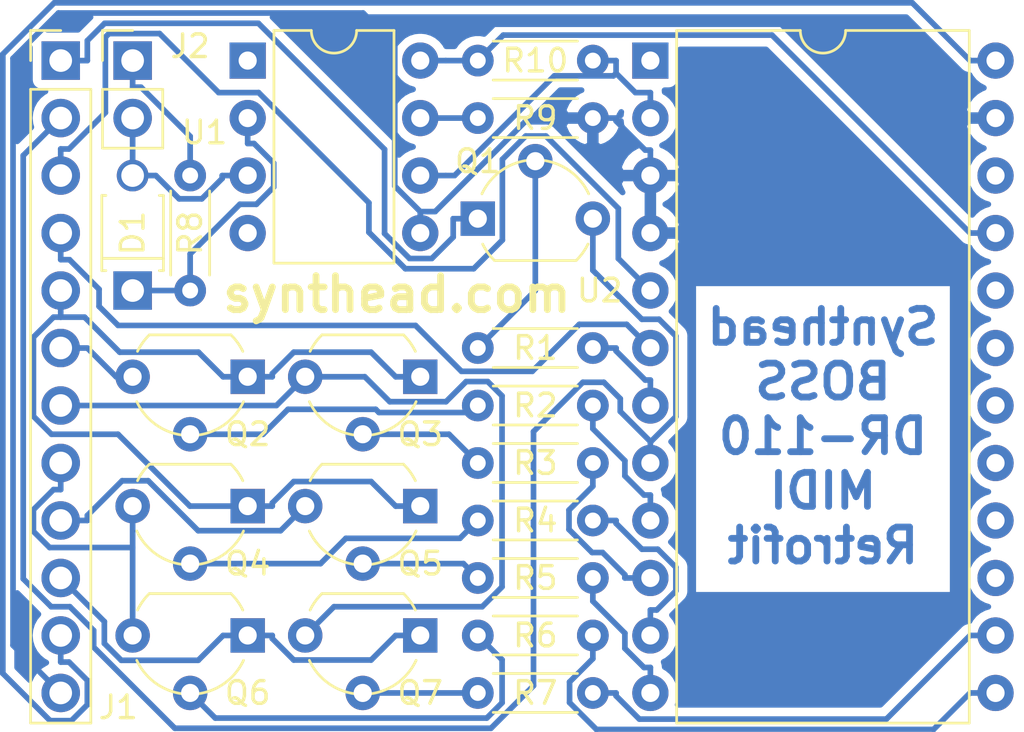
<source format=kicad_pcb>
(kicad_pcb (version 20171130) (host pcbnew 5.1.0)

  (general
    (thickness 1.6)
    (drawings 2)
    (tracks 274)
    (zones 0)
    (modules 22)
    (nets 33)
  )

  (page USLetter)
  (title_block
    (title "Synthead BOSS DR-110 MIDI Retrofit")
    (date 2019-04-01)
    (rev 1)
    (company Synthead)
  )

  (layers
    (0 F.Cu signal hide)
    (31 B.Cu signal)
    (33 F.Adhes user hide)
    (35 F.Paste user hide)
    (37 F.SilkS user)
    (39 F.Mask user hide)
    (40 Dwgs.User user hide)
    (41 Cmts.User user hide)
    (42 Eco1.User user hide)
    (43 Eco2.User user hide)
    (44 Edge.Cuts user hide)
    (45 Margin user hide)
    (46 B.CrtYd user hide)
    (47 F.CrtYd user hide)
    (49 F.Fab user hide)
  )

  (setup
    (last_trace_width 0.25)
    (trace_clearance 0.2)
    (zone_clearance 0.381)
    (zone_45_only no)
    (trace_min 0.2)
    (via_size 0.8)
    (via_drill 0.4)
    (via_min_size 0.4)
    (via_min_drill 0.3)
    (uvia_size 0.3)
    (uvia_drill 0.1)
    (uvias_allowed no)
    (uvia_min_size 0.2)
    (uvia_min_drill 0.1)
    (edge_width 0.05)
    (segment_width 0.2)
    (pcb_text_width 0.3)
    (pcb_text_size 1.5 1.5)
    (mod_edge_width 0.12)
    (mod_text_size 1 1)
    (mod_text_width 0.15)
    (pad_size 1.7 1.7)
    (pad_drill 0.7)
    (pad_to_mask_clearance 0.051)
    (solder_mask_min_width 0.25)
    (aux_axis_origin 0 0)
    (visible_elements FFFFFF7F)
    (pcbplotparams
      (layerselection 0x00020_7ffffffe)
      (usegerberextensions false)
      (usegerberattributes false)
      (usegerberadvancedattributes false)
      (creategerberjobfile false)
      (excludeedgelayer true)
      (linewidth 0.100000)
      (plotframeref false)
      (viasonmask false)
      (mode 1)
      (useauxorigin false)
      (hpglpennumber 1)
      (hpglpenspeed 20)
      (hpglpendiameter 15.000000)
      (psnegative false)
      (psa4output false)
      (plotreference true)
      (plotvalue true)
      (plotinvisibletext false)
      (padsonsilk false)
      (subtractmaskfromsilk false)
      (outputformat 4)
      (mirror true)
      (drillshape 1)
      (scaleselection 1)
      (outputdirectory "rendered/"))
  )

  (net 0 "")
  (net 1 MIDI_IN_5)
  (net 2 "Net-(D1-Pad1)")
  (net 3 GNDREF)
  (net 4 +6VDC)
  (net 5 MATRIX_6)
  (net 6 MATRIX_5)
  (net 7 MATRIX_4)
  (net 8 MATRIX_3)
  (net 9 MATRIX_2)
  (net 10 MATRIX_1)
  (net 11 STOP)
  (net 12 START)
  (net 13 CLOCK_OUT)
  (net 14 CLOCK_IN)
  (net 15 MIDI_IN_4)
  (net 16 "Net-(Q1-Pad2)")
  (net 17 "Net-(Q2-Pad2)")
  (net 18 "Net-(Q3-Pad2)")
  (net 19 "Net-(Q4-Pad2)")
  (net 20 "Net-(Q5-Pad2)")
  (net 21 "Net-(Q6-Pad2)")
  (net 22 "Net-(Q7-Pad2)")
  (net 23 "Net-(R1-Pad2)")
  (net 24 "Net-(R2-Pad2)")
  (net 25 "Net-(R3-Pad2)")
  (net 26 "Net-(R4-Pad2)")
  (net 27 "Net-(R5-Pad2)")
  (net 28 "Net-(R6-Pad2)")
  (net 29 "Net-(R7-Pad2)")
  (net 30 "Net-(R9-Pad1)")
  (net 31 "Net-(R10-Pad2)")
  (net 32 VCC)

  (net_class Default "This is the default net class."
    (clearance 0.2)
    (trace_width 0.25)
    (via_dia 0.8)
    (via_drill 0.4)
    (uvia_dia 0.3)
    (uvia_drill 0.1)
    (add_net +6VDC)
    (add_net CLOCK_IN)
    (add_net CLOCK_OUT)
    (add_net GNDREF)
    (add_net MATRIX_1)
    (add_net MATRIX_2)
    (add_net MATRIX_3)
    (add_net MATRIX_4)
    (add_net MATRIX_5)
    (add_net MATRIX_6)
    (add_net MIDI_IN_4)
    (add_net MIDI_IN_5)
    (add_net "Net-(D1-Pad1)")
    (add_net "Net-(Q1-Pad2)")
    (add_net "Net-(Q2-Pad2)")
    (add_net "Net-(Q3-Pad2)")
    (add_net "Net-(Q4-Pad2)")
    (add_net "Net-(Q5-Pad2)")
    (add_net "Net-(Q6-Pad2)")
    (add_net "Net-(Q7-Pad2)")
    (add_net "Net-(R1-Pad2)")
    (add_net "Net-(R10-Pad2)")
    (add_net "Net-(R2-Pad2)")
    (add_net "Net-(R3-Pad2)")
    (add_net "Net-(R4-Pad2)")
    (add_net "Net-(R5-Pad2)")
    (add_net "Net-(R6-Pad2)")
    (add_net "Net-(R7-Pad2)")
    (add_net "Net-(R9-Pad1)")
    (add_net START)
    (add_net STOP)
    (add_net VCC)
  )

  (module Housings_DIP:DIP-8_W7.62mm (layer F.Cu) (tedit 59C78D6B) (tstamp 5CA5C5FA)
    (at 137.16 83.185)
    (descr "8-lead though-hole mounted DIP package, row spacing 7.62 mm (300 mils)")
    (tags "THT DIP DIL PDIP 2.54mm 7.62mm 300mil")
    (path /5CA34638)
    (fp_text reference U1 (at -1.905 3.175) (layer F.SilkS)
      (effects (font (size 1 1) (thickness 0.15)))
    )
    (fp_text value 6N138 (at 3.81 9.95) (layer F.Fab)
      (effects (font (size 1 1) (thickness 0.15)))
    )
    (fp_text user %R (at 3.81 3.81) (layer F.Fab)
      (effects (font (size 1 1) (thickness 0.15)))
    )
    (fp_line (start 8.7 -1.55) (end -1.1 -1.55) (layer F.CrtYd) (width 0.05))
    (fp_line (start 8.7 9.15) (end 8.7 -1.55) (layer F.CrtYd) (width 0.05))
    (fp_line (start -1.1 9.15) (end 8.7 9.15) (layer F.CrtYd) (width 0.05))
    (fp_line (start -1.1 -1.55) (end -1.1 9.15) (layer F.CrtYd) (width 0.05))
    (fp_line (start 6.46 -1.33) (end 4.81 -1.33) (layer F.SilkS) (width 0.12))
    (fp_line (start 6.46 8.95) (end 6.46 -1.33) (layer F.SilkS) (width 0.12))
    (fp_line (start 1.16 8.95) (end 6.46 8.95) (layer F.SilkS) (width 0.12))
    (fp_line (start 1.16 -1.33) (end 1.16 8.95) (layer F.SilkS) (width 0.12))
    (fp_line (start 2.81 -1.33) (end 1.16 -1.33) (layer F.SilkS) (width 0.12))
    (fp_line (start 0.635 -0.27) (end 1.635 -1.27) (layer F.Fab) (width 0.1))
    (fp_line (start 0.635 8.89) (end 0.635 -0.27) (layer F.Fab) (width 0.1))
    (fp_line (start 6.985 8.89) (end 0.635 8.89) (layer F.Fab) (width 0.1))
    (fp_line (start 6.985 -1.27) (end 6.985 8.89) (layer F.Fab) (width 0.1))
    (fp_line (start 1.635 -1.27) (end 6.985 -1.27) (layer F.Fab) (width 0.1))
    (fp_arc (start 3.81 -1.33) (end 2.81 -1.33) (angle -180) (layer F.SilkS) (width 0.12))
    (pad 8 thru_hole oval (at 7.62 0) (size 1.6 1.6) (drill 0.8) (layers *.Cu *.Mask)
      (net 32 VCC))
    (pad 4 thru_hole oval (at 0 7.62) (size 1.6 1.6) (drill 0.8) (layers *.Cu *.Mask))
    (pad 7 thru_hole oval (at 7.62 2.54) (size 1.6 1.6) (drill 0.8) (layers *.Cu *.Mask)
      (net 30 "Net-(R9-Pad1)"))
    (pad 3 thru_hole oval (at 0 5.08) (size 1.6 1.6) (drill 0.8) (layers *.Cu *.Mask)
      (net 1 MIDI_IN_5))
    (pad 6 thru_hole oval (at 7.62 5.08) (size 1.6 1.6) (drill 0.8) (layers *.Cu *.Mask)
      (net 31 "Net-(R10-Pad2)"))
    (pad 2 thru_hole oval (at 0 2.54) (size 1.6 1.6) (drill 0.8) (layers *.Cu *.Mask)
      (net 2 "Net-(D1-Pad1)"))
    (pad 5 thru_hole oval (at 7.62 7.62) (size 1.6 1.6) (drill 0.8) (layers *.Cu *.Mask)
      (net 3 GNDREF))
    (pad 1 thru_hole rect (at 0 0) (size 1.6 1.6) (drill 0.8) (layers *.Cu *.Mask))
    (model ${KISYS3DMOD}/Housings_DIP.3dshapes/DIP-8_W7.62mm.wrl
      (at (xyz 0 0 0))
      (scale (xyz 1 1 1))
      (rotate (xyz 0 0 0))
    )
  )

  (module dr110-midi:ProMicro (layer F.Cu) (tedit 5CA27243) (tstamp 5CA5C164)
    (at 162.56 95.885)
    (path /5CA6A9F1)
    (fp_text reference U2 (at -9.859501 -2.54) (layer F.SilkS)
      (effects (font (size 1 1) (thickness 0.15)))
    )
    (fp_text value ProMicro (at -3.81 17.78) (layer F.Fab)
      (effects (font (size 1 1) (thickness 0.15)))
    )
    (fp_line (start 6.985 16.51) (end -6.985 16.51) (layer F.Fab) (width 0.1))
    (fp_line (start -6.46 -14.03) (end -6.46 16.57) (layer F.SilkS) (width 0.12))
    (fp_line (start -1 -14.03) (end -6.46 -14.03) (layer F.SilkS) (width 0.12))
    (fp_line (start 6.46 -14.03) (end 1 -14.03) (layer F.SilkS) (width 0.12))
    (fp_line (start 8.7 -14.25) (end -8.72 -14.25) (layer F.CrtYd) (width 0.05))
    (fp_line (start 6.46 16.57) (end 6.46 -14.03) (layer F.SilkS) (width 0.12))
    (fp_line (start 6.985 -13.97) (end 6.985 16.51) (layer F.Fab) (width 0.1))
    (fp_line (start -5.985 -13.97) (end 6.985 -13.97) (layer F.Fab) (width 0.1))
    (fp_text user %R (at -1.27 1.27) (layer F.Fab)
      (effects (font (size 1 1) (thickness 0.15)))
    )
    (fp_line (start 8.7 16.8) (end 8.7 -14.25) (layer F.CrtYd) (width 0.05))
    (fp_line (start -6.985 -12.97) (end -5.985 -13.97) (layer F.Fab) (width 0.1))
    (fp_arc (start 0 -14.03) (end -1 -14.03) (angle -180) (layer F.SilkS) (width 0.12))
    (fp_line (start -8.72 16.8) (end 8.7 16.8) (layer F.CrtYd) (width 0.05))
    (fp_line (start -8.72 -14.25) (end -8.72 16.8) (layer F.CrtYd) (width 0.05))
    (fp_line (start -6.985 16.51) (end -6.985 -12.97) (layer F.Fab) (width 0.1))
    (fp_line (start -6.46 16.57) (end 6.46 16.57) (layer F.SilkS) (width 0.12))
    (pad 7 thru_hole oval (at -7.62 2.54) (size 1.6 1.6) (drill 0.8) (layers *.Cu *.Mask)
      (net 23 "Net-(R1-Pad2)"))
    (pad 4 thru_hole oval (at -7.62 -5.08) (size 1.6 1.6) (drill 0.8) (layers *.Cu *.Mask)
      (net 3 GNDREF))
    (pad 10 thru_hole oval (at -7.62 10.16) (size 1.6 1.6) (drill 0.8) (layers *.Cu *.Mask)
      (net 25 "Net-(R3-Pad2)"))
    (pad 18 thru_hole oval (at 7.62 2.54) (size 1.6 1.6) (drill 0.8) (layers *.Cu *.Mask))
    (pad 5 thru_hole oval (at -7.62 -2.54) (size 1.6 1.6) (drill 0.8) (layers *.Cu *.Mask)
      (net 12 START))
    (pad 21 thru_hole oval (at 7.62 -5.08) (size 1.6 1.6) (drill 0.8) (layers *.Cu *.Mask)
      (net 32 VCC))
    (pad 3 thru_hole oval (at -7.62 -7.62) (size 1.6 1.6) (drill 0.8) (layers *.Cu *.Mask)
      (net 3 GNDREF))
    (pad 2 thru_hole oval (at -7.62 -10.16) (size 1.6 1.6) (drill 0.8) (layers *.Cu *.Mask)
      (net 31 "Net-(R10-Pad2)"))
    (pad 13 thru_hole oval (at 7.62 15.24) (size 1.6 1.6) (drill 0.8) (layers *.Cu *.Mask)
      (net 28 "Net-(R6-Pad2)"))
    (pad 1 thru_hole rect (at -7.62 -12.7) (size 1.6 1.6) (drill 0.8) (layers *.Cu *.Mask))
    (pad 19 thru_hole oval (at 7.62 0) (size 1.6 1.6) (drill 0.8) (layers *.Cu *.Mask))
    (pad 14 thru_hole oval (at 7.62 12.7) (size 1.6 1.6) (drill 0.8) (layers *.Cu *.Mask)
      (net 29 "Net-(R7-Pad2)"))
    (pad 8 thru_hole oval (at -7.62 5.08) (size 1.6 1.6) (drill 0.8) (layers *.Cu *.Mask)
      (net 13 CLOCK_OUT))
    (pad 22 thru_hole oval (at 7.62 -7.62) (size 1.6 1.6) (drill 0.8) (layers *.Cu *.Mask))
    (pad 9 thru_hole oval (at -7.62 7.62) (size 1.6 1.6) (drill 0.8) (layers *.Cu *.Mask)
      (net 24 "Net-(R2-Pad2)"))
    (pad 16 thru_hole oval (at 7.62 7.62) (size 1.6 1.6) (drill 0.8) (layers *.Cu *.Mask))
    (pad 17 thru_hole oval (at 7.62 5.08) (size 1.6 1.6) (drill 0.8) (layers *.Cu *.Mask))
    (pad 24 thru_hole oval (at 7.62 -12.7) (size 1.6 1.6) (drill 0.8) (layers *.Cu *.Mask)
      (net 4 +6VDC))
    (pad 20 thru_hole oval (at 7.62 -2.54) (size 1.6 1.6) (drill 0.8) (layers *.Cu *.Mask))
    (pad 15 thru_hole oval (at 7.62 10.16) (size 1.6 1.6) (drill 0.8) (layers *.Cu *.Mask))
    (pad 23 thru_hole oval (at 7.62 -10.16) (size 1.6 1.6) (drill 0.8) (layers *.Cu *.Mask)
      (net 3 GNDREF))
    (pad 12 thru_hole oval (at -7.62 15.24) (size 1.6 1.6) (drill 0.8) (layers *.Cu *.Mask)
      (net 27 "Net-(R5-Pad2)"))
    (pad 6 thru_hole oval (at -7.62 0) (size 1.6 1.6) (drill 0.8) (layers *.Cu *.Mask)
      (net 11 STOP))
    (pad 11 thru_hole oval (at -7.62 12.7) (size 1.6 1.6) (drill 0.8) (layers *.Cu *.Mask)
      (net 26 "Net-(R4-Pad2)"))
  )

  (module Socket_Strips:Socket_Strip_Straight_1x12_Pitch2.54mm (layer F.Cu) (tedit 58CD5446) (tstamp 5CA5C353)
    (at 128.905 83.185)
    (descr "Through hole straight socket strip, 1x12, 2.54mm pitch, single row")
    (tags "Through hole socket strip THT 1x12 2.54mm single row")
    (path /5CA94401)
    (fp_text reference J1 (at 2.54 28.575) (layer F.SilkS)
      (effects (font (size 1 1) (thickness 0.15)))
    )
    (fp_text value Conn_01x12_Male (at 0 30.27) (layer F.Fab)
      (effects (font (size 1 1) (thickness 0.15)))
    )
    (fp_text user %R (at 0 -2.33) (layer F.Fab)
      (effects (font (size 1 1) (thickness 0.15)))
    )
    (fp_line (start 1.8 -1.8) (end -1.8 -1.8) (layer F.CrtYd) (width 0.05))
    (fp_line (start 1.8 29.75) (end 1.8 -1.8) (layer F.CrtYd) (width 0.05))
    (fp_line (start -1.8 29.75) (end 1.8 29.75) (layer F.CrtYd) (width 0.05))
    (fp_line (start -1.8 -1.8) (end -1.8 29.75) (layer F.CrtYd) (width 0.05))
    (fp_line (start -1.33 -1.33) (end 0 -1.33) (layer F.SilkS) (width 0.12))
    (fp_line (start -1.33 0) (end -1.33 -1.33) (layer F.SilkS) (width 0.12))
    (fp_line (start 1.33 1.27) (end -1.33 1.27) (layer F.SilkS) (width 0.12))
    (fp_line (start 1.33 29.27) (end 1.33 1.27) (layer F.SilkS) (width 0.12))
    (fp_line (start -1.33 29.27) (end 1.33 29.27) (layer F.SilkS) (width 0.12))
    (fp_line (start -1.33 1.27) (end -1.33 29.27) (layer F.SilkS) (width 0.12))
    (fp_line (start 1.27 -1.27) (end -1.27 -1.27) (layer F.Fab) (width 0.1))
    (fp_line (start 1.27 29.21) (end 1.27 -1.27) (layer F.Fab) (width 0.1))
    (fp_line (start -1.27 29.21) (end 1.27 29.21) (layer F.Fab) (width 0.1))
    (fp_line (start -1.27 -1.27) (end -1.27 29.21) (layer F.Fab) (width 0.1))
    (pad 12 thru_hole oval (at 0 27.94) (size 1.7 1.7) (drill 1) (layers *.Cu *.Mask)
      (net 3 GNDREF))
    (pad 11 thru_hole oval (at 0 25.4) (size 1.7 1.7) (drill 1) (layers *.Cu *.Mask)
      (net 4 +6VDC))
    (pad 10 thru_hole oval (at 0 22.86) (size 1.7 1.7) (drill 1) (layers *.Cu *.Mask)
      (net 5 MATRIX_6))
    (pad 9 thru_hole oval (at 0 20.32) (size 1.7 1.7) (drill 1) (layers *.Cu *.Mask)
      (net 6 MATRIX_5))
    (pad 8 thru_hole oval (at 0 17.78) (size 1.7 1.7) (drill 1) (layers *.Cu *.Mask)
      (net 7 MATRIX_4))
    (pad 7 thru_hole oval (at 0 15.24) (size 1.7 1.7) (drill 1) (layers *.Cu *.Mask)
      (net 8 MATRIX_3))
    (pad 6 thru_hole oval (at 0 12.7) (size 1.7 1.7) (drill 1) (layers *.Cu *.Mask)
      (net 9 MATRIX_2))
    (pad 5 thru_hole oval (at 0 10.16) (size 1.7 1.7) (drill 1) (layers *.Cu *.Mask)
      (net 10 MATRIX_1))
    (pad 4 thru_hole oval (at 0 7.62) (size 1.7 1.7) (drill 1) (layers *.Cu *.Mask)
      (net 11 STOP))
    (pad 3 thru_hole oval (at 0 5.08) (size 1.7 1.7) (drill 1) (layers *.Cu *.Mask)
      (net 12 START))
    (pad 2 thru_hole oval (at 0 2.54) (size 1.7 1.7) (drill 1) (layers *.Cu *.Mask)
      (net 13 CLOCK_OUT))
    (pad 1 thru_hole rect (at 0 0) (size 1.7 1.7) (drill 1) (layers *.Cu *.Mask)
      (net 14 CLOCK_IN))
    (model ${KISYS3DMOD}/Socket_Strips.3dshapes/Socket_Strip_Straight_1x12_Pitch2.54mm.wrl
      (offset (xyz 0 -13.96999979019165 0))
      (scale (xyz 1 1 1))
      (rotate (xyz 0 0 270))
    )
  )

  (module Socket_Strips:Socket_Strip_Straight_1x02_Pitch2.54mm (layer F.Cu) (tedit 58CD5446) (tstamp 5CA5C294)
    (at 132.08 83.185)
    (descr "Through hole straight socket strip, 1x02, 2.54mm pitch, single row")
    (tags "Through hole socket strip THT 1x02 2.54mm single row")
    (path /5CA91CE6)
    (fp_text reference J2 (at 2.54 -0.635 180) (layer F.SilkS)
      (effects (font (size 1 1) (thickness 0.15)))
    )
    (fp_text value Conn_01x02_Male (at 0 4.87) (layer F.Fab)
      (effects (font (size 1 1) (thickness 0.15)))
    )
    (fp_text user %R (at 0 -2.33) (layer F.Fab)
      (effects (font (size 1 1) (thickness 0.15)))
    )
    (fp_line (start 1.8 -1.8) (end -1.8 -1.8) (layer F.CrtYd) (width 0.05))
    (fp_line (start 1.8 4.35) (end 1.8 -1.8) (layer F.CrtYd) (width 0.05))
    (fp_line (start -1.8 4.35) (end 1.8 4.35) (layer F.CrtYd) (width 0.05))
    (fp_line (start -1.8 -1.8) (end -1.8 4.35) (layer F.CrtYd) (width 0.05))
    (fp_line (start -1.33 -1.33) (end 0 -1.33) (layer F.SilkS) (width 0.12))
    (fp_line (start -1.33 0) (end -1.33 -1.33) (layer F.SilkS) (width 0.12))
    (fp_line (start 1.33 1.27) (end -1.33 1.27) (layer F.SilkS) (width 0.12))
    (fp_line (start 1.33 3.87) (end 1.33 1.27) (layer F.SilkS) (width 0.12))
    (fp_line (start -1.33 3.87) (end 1.33 3.87) (layer F.SilkS) (width 0.12))
    (fp_line (start -1.33 1.27) (end -1.33 3.87) (layer F.SilkS) (width 0.12))
    (fp_line (start 1.27 -1.27) (end -1.27 -1.27) (layer F.Fab) (width 0.1))
    (fp_line (start 1.27 3.81) (end 1.27 -1.27) (layer F.Fab) (width 0.1))
    (fp_line (start -1.27 3.81) (end 1.27 3.81) (layer F.Fab) (width 0.1))
    (fp_line (start -1.27 -1.27) (end -1.27 3.81) (layer F.Fab) (width 0.1))
    (pad 2 thru_hole oval (at 0 2.54) (size 1.7 1.7) (drill 1) (layers *.Cu *.Mask)
      (net 1 MIDI_IN_5))
    (pad 1 thru_hole rect (at 0 0) (size 1.7 1.7) (drill 1) (layers *.Cu *.Mask)
      (net 15 MIDI_IN_4))
    (model ${KISYS3DMOD}/Socket_Strips.3dshapes/Socket_Strip_Straight_1x02_Pitch2.54mm.wrl
      (offset (xyz 0 -1.269999980926514 0))
      (scale (xyz 1 1 1))
      (rotate (xyz 0 0 270))
    )
  )

  (module Resistors_THT:R_Axial_DIN0204_L3.6mm_D1.6mm_P5.08mm_Horizontal (layer F.Cu) (tedit 5874F706) (tstamp 5CA5BEF0)
    (at 147.32 95.885)
    (descr "Resistor, Axial_DIN0204 series, Axial, Horizontal, pin pitch=5.08mm, 0.16666666666666666W = 1/6W, length*diameter=3.6*1.6mm^2, http://cdn-reichelt.de/documents/datenblatt/B400/1_4W%23YAG.pdf")
    (tags "Resistor Axial_DIN0204 series Axial Horizontal pin pitch 5.08mm 0.16666666666666666W = 1/6W length 3.6mm diameter 1.6mm")
    (path /5CA94512)
    (fp_text reference R1 (at 2.54 0) (layer F.SilkS)
      (effects (font (size 1 1) (thickness 0.15)))
    )
    (fp_text value 2.2K (at 2.54 1.86) (layer F.Fab)
      (effects (font (size 1 1) (thickness 0.15)))
    )
    (fp_line (start 6.05 -1.15) (end -0.95 -1.15) (layer F.CrtYd) (width 0.05))
    (fp_line (start 6.05 1.15) (end 6.05 -1.15) (layer F.CrtYd) (width 0.05))
    (fp_line (start -0.95 1.15) (end 6.05 1.15) (layer F.CrtYd) (width 0.05))
    (fp_line (start -0.95 -1.15) (end -0.95 1.15) (layer F.CrtYd) (width 0.05))
    (fp_line (start 0.68 0.86) (end 4.4 0.86) (layer F.SilkS) (width 0.12))
    (fp_line (start 0.68 -0.86) (end 4.4 -0.86) (layer F.SilkS) (width 0.12))
    (fp_line (start 5.08 0) (end 4.34 0) (layer F.Fab) (width 0.1))
    (fp_line (start 0 0) (end 0.74 0) (layer F.Fab) (width 0.1))
    (fp_line (start 4.34 -0.8) (end 0.74 -0.8) (layer F.Fab) (width 0.1))
    (fp_line (start 4.34 0.8) (end 4.34 -0.8) (layer F.Fab) (width 0.1))
    (fp_line (start 0.74 0.8) (end 4.34 0.8) (layer F.Fab) (width 0.1))
    (fp_line (start 0.74 -0.8) (end 0.74 0.8) (layer F.Fab) (width 0.1))
    (pad 2 thru_hole oval (at 5.08 0) (size 1.4 1.4) (drill 0.7) (layers *.Cu *.Mask)
      (net 23 "Net-(R1-Pad2)"))
    (pad 1 thru_hole circle (at 0 0) (size 1.4 1.4) (drill 0.7) (layers *.Cu *.Mask)
      (net 16 "Net-(Q1-Pad2)"))
    (model ${KISYS3DMOD}/Resistors_THT.3dshapes/R_Axial_DIN0204_L3.6mm_D1.6mm_P5.08mm_Horizontal.wrl
      (at (xyz 0 0 0))
      (scale (xyz 0.393701 0.393701 0.393701))
      (rotate (xyz 0 0 0))
    )
  )

  (module Resistors_THT:R_Axial_DIN0204_L3.6mm_D1.6mm_P5.08mm_Horizontal (layer F.Cu) (tedit 5874F706) (tstamp 5CA2C6AE)
    (at 134.62 93.345 90)
    (descr "Resistor, Axial_DIN0204 series, Axial, Horizontal, pin pitch=5.08mm, 0.16666666666666666W = 1/6W, length*diameter=3.6*1.6mm^2, http://cdn-reichelt.de/documents/datenblatt/B400/1_4W%23YAG.pdf")
    (tags "Resistor Axial_DIN0204 series Axial Horizontal pin pitch 5.08mm 0.16666666666666666W = 1/6W length 3.6mm diameter 1.6mm")
    (path /5CA39841)
    (fp_text reference R8 (at 2.54 0 90) (layer F.SilkS)
      (effects (font (size 1 1) (thickness 0.15)))
    )
    (fp_text value 220 (at 2.54 1.86 90) (layer F.Fab)
      (effects (font (size 1 1) (thickness 0.15)))
    )
    (fp_line (start 0.74 -0.8) (end 0.74 0.8) (layer F.Fab) (width 0.1))
    (fp_line (start 0.74 0.8) (end 4.34 0.8) (layer F.Fab) (width 0.1))
    (fp_line (start 4.34 0.8) (end 4.34 -0.8) (layer F.Fab) (width 0.1))
    (fp_line (start 4.34 -0.8) (end 0.74 -0.8) (layer F.Fab) (width 0.1))
    (fp_line (start 0 0) (end 0.74 0) (layer F.Fab) (width 0.1))
    (fp_line (start 5.08 0) (end 4.34 0) (layer F.Fab) (width 0.1))
    (fp_line (start 0.68 -0.86) (end 4.4 -0.86) (layer F.SilkS) (width 0.12))
    (fp_line (start 0.68 0.86) (end 4.4 0.86) (layer F.SilkS) (width 0.12))
    (fp_line (start -0.95 -1.15) (end -0.95 1.15) (layer F.CrtYd) (width 0.05))
    (fp_line (start -0.95 1.15) (end 6.05 1.15) (layer F.CrtYd) (width 0.05))
    (fp_line (start 6.05 1.15) (end 6.05 -1.15) (layer F.CrtYd) (width 0.05))
    (fp_line (start 6.05 -1.15) (end -0.95 -1.15) (layer F.CrtYd) (width 0.05))
    (pad 1 thru_hole circle (at 0 0 90) (size 1.4 1.4) (drill 0.7) (layers *.Cu *.Mask)
      (net 2 "Net-(D1-Pad1)"))
    (pad 2 thru_hole oval (at 5.08 0 90) (size 1.4 1.4) (drill 0.7) (layers *.Cu *.Mask)
      (net 15 MIDI_IN_4))
    (model ${KISYS3DMOD}/Resistors_THT.3dshapes/R_Axial_DIN0204_L3.6mm_D1.6mm_P5.08mm_Horizontal.wrl
      (at (xyz 0 0 0))
      (scale (xyz 0.393701 0.393701 0.393701))
      (rotate (xyz 0 0 0))
    )
  )

  (module Resistors_THT:R_Axial_DIN0204_L3.6mm_D1.6mm_P5.08mm_Horizontal (layer F.Cu) (tedit 5874F706) (tstamp 5CA2DB43)
    (at 147.32 85.725)
    (descr "Resistor, Axial_DIN0204 series, Axial, Horizontal, pin pitch=5.08mm, 0.16666666666666666W = 1/6W, length*diameter=3.6*1.6mm^2, http://cdn-reichelt.de/documents/datenblatt/B400/1_4W%23YAG.pdf")
    (tags "Resistor Axial_DIN0204 series Axial Horizontal pin pitch 5.08mm 0.16666666666666666W = 1/6W length 3.6mm diameter 1.6mm")
    (path /5CA366A4)
    (fp_text reference R9 (at 2.54 0) (layer F.SilkS)
      (effects (font (size 1 1) (thickness 0.15)))
    )
    (fp_text value 4.7K (at 2.54 1.86) (layer F.Fab)
      (effects (font (size 1 1) (thickness 0.15)))
    )
    (fp_line (start 0.74 -0.8) (end 0.74 0.8) (layer F.Fab) (width 0.1))
    (fp_line (start 0.74 0.8) (end 4.34 0.8) (layer F.Fab) (width 0.1))
    (fp_line (start 4.34 0.8) (end 4.34 -0.8) (layer F.Fab) (width 0.1))
    (fp_line (start 4.34 -0.8) (end 0.74 -0.8) (layer F.Fab) (width 0.1))
    (fp_line (start 0 0) (end 0.74 0) (layer F.Fab) (width 0.1))
    (fp_line (start 5.08 0) (end 4.34 0) (layer F.Fab) (width 0.1))
    (fp_line (start 0.68 -0.86) (end 4.4 -0.86) (layer F.SilkS) (width 0.12))
    (fp_line (start 0.68 0.86) (end 4.4 0.86) (layer F.SilkS) (width 0.12))
    (fp_line (start -0.95 -1.15) (end -0.95 1.15) (layer F.CrtYd) (width 0.05))
    (fp_line (start -0.95 1.15) (end 6.05 1.15) (layer F.CrtYd) (width 0.05))
    (fp_line (start 6.05 1.15) (end 6.05 -1.15) (layer F.CrtYd) (width 0.05))
    (fp_line (start 6.05 -1.15) (end -0.95 -1.15) (layer F.CrtYd) (width 0.05))
    (pad 1 thru_hole circle (at 0 0) (size 1.4 1.4) (drill 0.7) (layers *.Cu *.Mask)
      (net 30 "Net-(R9-Pad1)"))
    (pad 2 thru_hole oval (at 5.08 0) (size 1.4 1.4) (drill 0.7) (layers *.Cu *.Mask)
      (net 3 GNDREF))
    (model ${KISYS3DMOD}/Resistors_THT.3dshapes/R_Axial_DIN0204_L3.6mm_D1.6mm_P5.08mm_Horizontal.wrl
      (at (xyz 0 0 0))
      (scale (xyz 0.393701 0.393701 0.393701))
      (rotate (xyz 0 0 0))
    )
  )

  (module Resistors_THT:R_Axial_DIN0204_L3.6mm_D1.6mm_P5.08mm_Horizontal (layer F.Cu) (tedit 5874F706) (tstamp 5CA5BB1B)
    (at 147.32 83.185)
    (descr "Resistor, Axial_DIN0204 series, Axial, Horizontal, pin pitch=5.08mm, 0.16666666666666666W = 1/6W, length*diameter=3.6*1.6mm^2, http://cdn-reichelt.de/documents/datenblatt/B400/1_4W%23YAG.pdf")
    (tags "Resistor Axial_DIN0204 series Axial Horizontal pin pitch 5.08mm 0.16666666666666666W = 1/6W length 3.6mm diameter 1.6mm")
    (path /5CA3622B)
    (fp_text reference R10 (at 2.54 0) (layer F.SilkS)
      (effects (font (size 1 1) (thickness 0.15)))
    )
    (fp_text value 220 (at 2.54 1.86) (layer F.Fab)
      (effects (font (size 1 1) (thickness 0.15)))
    )
    (fp_line (start 6.05 -1.15) (end -0.95 -1.15) (layer F.CrtYd) (width 0.05))
    (fp_line (start 6.05 1.15) (end 6.05 -1.15) (layer F.CrtYd) (width 0.05))
    (fp_line (start -0.95 1.15) (end 6.05 1.15) (layer F.CrtYd) (width 0.05))
    (fp_line (start -0.95 -1.15) (end -0.95 1.15) (layer F.CrtYd) (width 0.05))
    (fp_line (start 0.68 0.86) (end 4.4 0.86) (layer F.SilkS) (width 0.12))
    (fp_line (start 0.68 -0.86) (end 4.4 -0.86) (layer F.SilkS) (width 0.12))
    (fp_line (start 5.08 0) (end 4.34 0) (layer F.Fab) (width 0.1))
    (fp_line (start 0 0) (end 0.74 0) (layer F.Fab) (width 0.1))
    (fp_line (start 4.34 -0.8) (end 0.74 -0.8) (layer F.Fab) (width 0.1))
    (fp_line (start 4.34 0.8) (end 4.34 -0.8) (layer F.Fab) (width 0.1))
    (fp_line (start 0.74 0.8) (end 4.34 0.8) (layer F.Fab) (width 0.1))
    (fp_line (start 0.74 -0.8) (end 0.74 0.8) (layer F.Fab) (width 0.1))
    (pad 2 thru_hole oval (at 5.08 0) (size 1.4 1.4) (drill 0.7) (layers *.Cu *.Mask)
      (net 31 "Net-(R10-Pad2)"))
    (pad 1 thru_hole circle (at 0 0) (size 1.4 1.4) (drill 0.7) (layers *.Cu *.Mask)
      (net 32 VCC))
    (model ${KISYS3DMOD}/Resistors_THT.3dshapes/R_Axial_DIN0204_L3.6mm_D1.6mm_P5.08mm_Horizontal.wrl
      (at (xyz 0 0 0))
      (scale (xyz 0.393701 0.393701 0.393701))
      (rotate (xyz 0 0 0))
    )
  )

  (module TO_SOT_Packages_THT:TO-92_Molded_Wide (layer F.Cu) (tedit 58CE52AF) (tstamp 5CA5C05D)
    (at 147.32 90.17)
    (descr "TO-92 leads molded, wide, drill 0.8mm (see NXP sot054_po.pdf)")
    (tags "to-92 sc-43 sc-43a sot54 PA33 transistor")
    (path /5CA9450C)
    (fp_text reference Q1 (at 0 -2.54 180) (layer F.SilkS)
      (effects (font (size 1 1) (thickness 0.15)))
    )
    (fp_text value BC547 (at 2.54 2.79) (layer F.Fab)
      (effects (font (size 1 1) (thickness 0.15)))
    )
    (fp_arc (start 2.54 0) (end 4.34 1.85) (angle -20) (layer F.SilkS) (width 0.12))
    (fp_arc (start 2.54 0) (end 2.54 -2.48) (angle -135) (layer F.Fab) (width 0.1))
    (fp_arc (start 2.54 0) (end 2.54 -2.48) (angle 135) (layer F.Fab) (width 0.1))
    (fp_arc (start 2.54 0) (end 2.54 -2.6) (angle 65) (layer F.SilkS) (width 0.12))
    (fp_arc (start 2.54 0) (end 2.54 -2.6) (angle -65) (layer F.SilkS) (width 0.12))
    (fp_arc (start 2.54 0) (end 0.74 1.85) (angle 20) (layer F.SilkS) (width 0.12))
    (fp_line (start 6.09 2.01) (end -1.01 2.01) (layer F.CrtYd) (width 0.05))
    (fp_line (start 6.09 2.01) (end 6.09 -3.55) (layer F.CrtYd) (width 0.05))
    (fp_line (start -1.01 -3.55) (end -1.01 2.01) (layer F.CrtYd) (width 0.05))
    (fp_line (start -1.01 -3.55) (end 6.09 -3.55) (layer F.CrtYd) (width 0.05))
    (fp_line (start 0.8 1.75) (end 4.3 1.75) (layer F.Fab) (width 0.1))
    (fp_line (start 0.74 1.85) (end 4.34 1.85) (layer F.SilkS) (width 0.12))
    (fp_text user %R (at 2.54 -4.19 180) (layer F.Fab)
      (effects (font (size 1 1) (thickness 0.15)))
    )
    (pad 1 thru_hole rect (at 0 0 90) (size 1.52 1.52) (drill 0.8) (layers *.Cu *.Mask)
      (net 14 CLOCK_IN))
    (pad 3 thru_hole circle (at 5.08 0 90) (size 1.52 1.52) (drill 0.8) (layers *.Cu *.Mask)
      (net 13 CLOCK_OUT))
    (pad 2 thru_hole circle (at 2.54 -2.54 90) (size 1.52 1.52) (drill 0.8) (layers *.Cu *.Mask)
      (net 16 "Net-(Q1-Pad2)"))
    (model ${KISYS3DMOD}/TO_SOT_Packages_THT.3dshapes/TO-92_Molded_Wide.wrl
      (offset (xyz 2.539999961853027 0 0))
      (scale (xyz 1 1 1))
      (rotate (xyz 0 0 -90))
    )
  )

  (module TO_SOT_Packages_THT:TO-92_Molded_Wide (layer F.Cu) (tedit 58CE52AF) (tstamp 5CA48F89)
    (at 137.16 97.155 180)
    (descr "TO-92 leads molded, wide, drill 0.8mm (see NXP sot054_po.pdf)")
    (tags "to-92 sc-43 sc-43a sot54 PA33 transistor")
    (path /5CA63AC0)
    (fp_text reference Q2 (at 0 -2.54) (layer F.SilkS)
      (effects (font (size 1 1) (thickness 0.15)))
    )
    (fp_text value BC547 (at 2.54 2.79 180) (layer F.Fab)
      (effects (font (size 1 1) (thickness 0.15)))
    )
    (fp_arc (start 2.54 0) (end 4.34 1.85) (angle -20) (layer F.SilkS) (width 0.12))
    (fp_arc (start 2.54 0) (end 2.54 -2.48) (angle -135) (layer F.Fab) (width 0.1))
    (fp_arc (start 2.54 0) (end 2.54 -2.48) (angle 135) (layer F.Fab) (width 0.1))
    (fp_arc (start 2.54 0) (end 2.54 -2.6) (angle 65) (layer F.SilkS) (width 0.12))
    (fp_arc (start 2.54 0) (end 2.54 -2.6) (angle -65) (layer F.SilkS) (width 0.12))
    (fp_arc (start 2.54 0) (end 0.74 1.85) (angle 20) (layer F.SilkS) (width 0.12))
    (fp_line (start 6.09 2.01) (end -1.01 2.01) (layer F.CrtYd) (width 0.05))
    (fp_line (start 6.09 2.01) (end 6.09 -3.55) (layer F.CrtYd) (width 0.05))
    (fp_line (start -1.01 -3.55) (end -1.01 2.01) (layer F.CrtYd) (width 0.05))
    (fp_line (start -1.01 -3.55) (end 6.09 -3.55) (layer F.CrtYd) (width 0.05))
    (fp_line (start 0.8 1.75) (end 4.3 1.75) (layer F.Fab) (width 0.1))
    (fp_line (start 0.74 1.85) (end 4.34 1.85) (layer F.SilkS) (width 0.12))
    (fp_text user %R (at 2.54 -4.19) (layer F.Fab)
      (effects (font (size 1 1) (thickness 0.15)))
    )
    (pad 1 thru_hole rect (at 0 0 270) (size 1.52 1.52) (drill 0.8) (layers *.Cu *.Mask)
      (net 10 MATRIX_1))
    (pad 3 thru_hole circle (at 5.08 0 270) (size 1.52 1.52) (drill 0.8) (layers *.Cu *.Mask)
      (net 9 MATRIX_2))
    (pad 2 thru_hole circle (at 2.54 -2.54 270) (size 1.52 1.52) (drill 0.8) (layers *.Cu *.Mask)
      (net 17 "Net-(Q2-Pad2)"))
    (model ${KISYS3DMOD}/TO_SOT_Packages_THT.3dshapes/TO-92_Molded_Wide.wrl
      (offset (xyz 2.539999961853027 0 0))
      (scale (xyz 1 1 1))
      (rotate (xyz 0 0 -90))
    )
  )

  (module TO_SOT_Packages_THT:TO-92_Molded_Wide (layer F.Cu) (tedit 58CE52AF) (tstamp 5CA4853B)
    (at 144.78 97.155 180)
    (descr "TO-92 leads molded, wide, drill 0.8mm (see NXP sot054_po.pdf)")
    (tags "to-92 sc-43 sc-43a sot54 PA33 transistor")
    (path /5CA63A41)
    (fp_text reference Q3 (at 0 -2.54) (layer F.SilkS)
      (effects (font (size 1 1) (thickness 0.15)))
    )
    (fp_text value BC547 (at 2.54 2.79 180) (layer F.Fab)
      (effects (font (size 1 1) (thickness 0.15)))
    )
    (fp_arc (start 2.54 0) (end 4.34 1.85) (angle -20) (layer F.SilkS) (width 0.12))
    (fp_arc (start 2.54 0) (end 2.54 -2.48) (angle -135) (layer F.Fab) (width 0.1))
    (fp_arc (start 2.54 0) (end 2.54 -2.48) (angle 135) (layer F.Fab) (width 0.1))
    (fp_arc (start 2.54 0) (end 2.54 -2.6) (angle 65) (layer F.SilkS) (width 0.12))
    (fp_arc (start 2.54 0) (end 2.54 -2.6) (angle -65) (layer F.SilkS) (width 0.12))
    (fp_arc (start 2.54 0) (end 0.74 1.85) (angle 20) (layer F.SilkS) (width 0.12))
    (fp_line (start 6.09 2.01) (end -1.01 2.01) (layer F.CrtYd) (width 0.05))
    (fp_line (start 6.09 2.01) (end 6.09 -3.55) (layer F.CrtYd) (width 0.05))
    (fp_line (start -1.01 -3.55) (end -1.01 2.01) (layer F.CrtYd) (width 0.05))
    (fp_line (start -1.01 -3.55) (end 6.09 -3.55) (layer F.CrtYd) (width 0.05))
    (fp_line (start 0.8 1.75) (end 4.3 1.75) (layer F.Fab) (width 0.1))
    (fp_line (start 0.74 1.85) (end 4.34 1.85) (layer F.SilkS) (width 0.12))
    (fp_text user %R (at 2.54 -4.19) (layer F.Fab)
      (effects (font (size 1 1) (thickness 0.15)))
    )
    (pad 1 thru_hole rect (at 0 0 270) (size 1.52 1.52) (drill 0.8) (layers *.Cu *.Mask)
      (net 10 MATRIX_1))
    (pad 3 thru_hole circle (at 5.08 0 270) (size 1.52 1.52) (drill 0.8) (layers *.Cu *.Mask)
      (net 8 MATRIX_3))
    (pad 2 thru_hole circle (at 2.54 -2.54 270) (size 1.52 1.52) (drill 0.8) (layers *.Cu *.Mask)
      (net 18 "Net-(Q3-Pad2)"))
    (model ${KISYS3DMOD}/TO_SOT_Packages_THT.3dshapes/TO-92_Molded_Wide.wrl
      (offset (xyz 2.539999961853027 0 0))
      (scale (xyz 1 1 1))
      (rotate (xyz 0 0 -90))
    )
  )

  (module TO_SOT_Packages_THT:TO-92_Molded_Wide (layer F.Cu) (tedit 58CE52AF) (tstamp 5CA4854F)
    (at 137.16 102.87 180)
    (descr "TO-92 leads molded, wide, drill 0.8mm (see NXP sot054_po.pdf)")
    (tags "to-92 sc-43 sc-43a sot54 PA33 transistor")
    (path /5CA63A56)
    (fp_text reference Q4 (at 0 -2.54) (layer F.SilkS)
      (effects (font (size 1 1) (thickness 0.15)))
    )
    (fp_text value BC547 (at 2.54 2.79 180) (layer F.Fab)
      (effects (font (size 1 1) (thickness 0.15)))
    )
    (fp_arc (start 2.54 0) (end 4.34 1.85) (angle -20) (layer F.SilkS) (width 0.12))
    (fp_arc (start 2.54 0) (end 2.54 -2.48) (angle -135) (layer F.Fab) (width 0.1))
    (fp_arc (start 2.54 0) (end 2.54 -2.48) (angle 135) (layer F.Fab) (width 0.1))
    (fp_arc (start 2.54 0) (end 2.54 -2.6) (angle 65) (layer F.SilkS) (width 0.12))
    (fp_arc (start 2.54 0) (end 2.54 -2.6) (angle -65) (layer F.SilkS) (width 0.12))
    (fp_arc (start 2.54 0) (end 0.74 1.85) (angle 20) (layer F.SilkS) (width 0.12))
    (fp_line (start 6.09 2.01) (end -1.01 2.01) (layer F.CrtYd) (width 0.05))
    (fp_line (start 6.09 2.01) (end 6.09 -3.55) (layer F.CrtYd) (width 0.05))
    (fp_line (start -1.01 -3.55) (end -1.01 2.01) (layer F.CrtYd) (width 0.05))
    (fp_line (start -1.01 -3.55) (end 6.09 -3.55) (layer F.CrtYd) (width 0.05))
    (fp_line (start 0.8 1.75) (end 4.3 1.75) (layer F.Fab) (width 0.1))
    (fp_line (start 0.74 1.85) (end 4.34 1.85) (layer F.SilkS) (width 0.12))
    (fp_text user %R (at 2.54 -4.19) (layer F.Fab)
      (effects (font (size 1 1) (thickness 0.15)))
    )
    (pad 1 thru_hole rect (at 0 0 270) (size 1.52 1.52) (drill 0.8) (layers *.Cu *.Mask)
      (net 10 MATRIX_1))
    (pad 3 thru_hole circle (at 5.08 0 270) (size 1.52 1.52) (drill 0.8) (layers *.Cu *.Mask)
      (net 7 MATRIX_4))
    (pad 2 thru_hole circle (at 2.54 -2.54 270) (size 1.52 1.52) (drill 0.8) (layers *.Cu *.Mask)
      (net 19 "Net-(Q4-Pad2)"))
    (model ${KISYS3DMOD}/TO_SOT_Packages_THT.3dshapes/TO-92_Molded_Wide.wrl
      (offset (xyz 2.539999961853027 0 0))
      (scale (xyz 1 1 1))
      (rotate (xyz 0 0 -90))
    )
  )

  (module TO_SOT_Packages_THT:TO-92_Molded_Wide (layer F.Cu) (tedit 58CE52AF) (tstamp 5CA48563)
    (at 144.78 102.87 180)
    (descr "TO-92 leads molded, wide, drill 0.8mm (see NXP sot054_po.pdf)")
    (tags "to-92 sc-43 sc-43a sot54 PA33 transistor")
    (path /5CA63A6A)
    (fp_text reference Q5 (at 0 -2.54) (layer F.SilkS)
      (effects (font (size 1 1) (thickness 0.15)))
    )
    (fp_text value BC547 (at 2.54 2.79 180) (layer F.Fab)
      (effects (font (size 1 1) (thickness 0.15)))
    )
    (fp_text user %R (at 2.54 -4.19) (layer F.Fab)
      (effects (font (size 1 1) (thickness 0.15)))
    )
    (fp_line (start 0.74 1.85) (end 4.34 1.85) (layer F.SilkS) (width 0.12))
    (fp_line (start 0.8 1.75) (end 4.3 1.75) (layer F.Fab) (width 0.1))
    (fp_line (start -1.01 -3.55) (end 6.09 -3.55) (layer F.CrtYd) (width 0.05))
    (fp_line (start -1.01 -3.55) (end -1.01 2.01) (layer F.CrtYd) (width 0.05))
    (fp_line (start 6.09 2.01) (end 6.09 -3.55) (layer F.CrtYd) (width 0.05))
    (fp_line (start 6.09 2.01) (end -1.01 2.01) (layer F.CrtYd) (width 0.05))
    (fp_arc (start 2.54 0) (end 0.74 1.85) (angle 20) (layer F.SilkS) (width 0.12))
    (fp_arc (start 2.54 0) (end 2.54 -2.6) (angle -65) (layer F.SilkS) (width 0.12))
    (fp_arc (start 2.54 0) (end 2.54 -2.6) (angle 65) (layer F.SilkS) (width 0.12))
    (fp_arc (start 2.54 0) (end 2.54 -2.48) (angle 135) (layer F.Fab) (width 0.1))
    (fp_arc (start 2.54 0) (end 2.54 -2.48) (angle -135) (layer F.Fab) (width 0.1))
    (fp_arc (start 2.54 0) (end 4.34 1.85) (angle -20) (layer F.SilkS) (width 0.12))
    (pad 2 thru_hole circle (at 2.54 -2.54 270) (size 1.52 1.52) (drill 0.8) (layers *.Cu *.Mask)
      (net 20 "Net-(Q5-Pad2)"))
    (pad 3 thru_hole circle (at 5.08 0 270) (size 1.52 1.52) (drill 0.8) (layers *.Cu *.Mask)
      (net 6 MATRIX_5))
    (pad 1 thru_hole rect (at 0 0 270) (size 1.52 1.52) (drill 0.8) (layers *.Cu *.Mask)
      (net 10 MATRIX_1))
    (model ${KISYS3DMOD}/TO_SOT_Packages_THT.3dshapes/TO-92_Molded_Wide.wrl
      (offset (xyz 2.539999961853027 0 0))
      (scale (xyz 1 1 1))
      (rotate (xyz 0 0 -90))
    )
  )

  (module TO_SOT_Packages_THT:TO-92_Molded_Wide (layer F.Cu) (tedit 58CE52AF) (tstamp 5CA48577)
    (at 137.16 108.585 180)
    (descr "TO-92 leads molded, wide, drill 0.8mm (see NXP sot054_po.pdf)")
    (tags "to-92 sc-43 sc-43a sot54 PA33 transistor")
    (path /5CA63A80)
    (fp_text reference Q6 (at 0 -2.54) (layer F.SilkS)
      (effects (font (size 1 1) (thickness 0.15)))
    )
    (fp_text value BC547 (at 2.54 2.79 180) (layer F.Fab)
      (effects (font (size 1 1) (thickness 0.15)))
    )
    (fp_text user %R (at 2.54 -4.19) (layer F.Fab)
      (effects (font (size 1 1) (thickness 0.15)))
    )
    (fp_line (start 0.74 1.85) (end 4.34 1.85) (layer F.SilkS) (width 0.12))
    (fp_line (start 0.8 1.75) (end 4.3 1.75) (layer F.Fab) (width 0.1))
    (fp_line (start -1.01 -3.55) (end 6.09 -3.55) (layer F.CrtYd) (width 0.05))
    (fp_line (start -1.01 -3.55) (end -1.01 2.01) (layer F.CrtYd) (width 0.05))
    (fp_line (start 6.09 2.01) (end 6.09 -3.55) (layer F.CrtYd) (width 0.05))
    (fp_line (start 6.09 2.01) (end -1.01 2.01) (layer F.CrtYd) (width 0.05))
    (fp_arc (start 2.54 0) (end 0.74 1.85) (angle 20) (layer F.SilkS) (width 0.12))
    (fp_arc (start 2.54 0) (end 2.54 -2.6) (angle -65) (layer F.SilkS) (width 0.12))
    (fp_arc (start 2.54 0) (end 2.54 -2.6) (angle 65) (layer F.SilkS) (width 0.12))
    (fp_arc (start 2.54 0) (end 2.54 -2.48) (angle 135) (layer F.Fab) (width 0.1))
    (fp_arc (start 2.54 0) (end 2.54 -2.48) (angle -135) (layer F.Fab) (width 0.1))
    (fp_arc (start 2.54 0) (end 4.34 1.85) (angle -20) (layer F.SilkS) (width 0.12))
    (pad 2 thru_hole circle (at 2.54 -2.54 270) (size 1.52 1.52) (drill 0.8) (layers *.Cu *.Mask)
      (net 21 "Net-(Q6-Pad2)"))
    (pad 3 thru_hole circle (at 5.08 0 270) (size 1.52 1.52) (drill 0.8) (layers *.Cu *.Mask)
      (net 7 MATRIX_4))
    (pad 1 thru_hole rect (at 0 0 270) (size 1.52 1.52) (drill 0.8) (layers *.Cu *.Mask)
      (net 5 MATRIX_6))
    (model ${KISYS3DMOD}/TO_SOT_Packages_THT.3dshapes/TO-92_Molded_Wide.wrl
      (offset (xyz 2.539999961853027 0 0))
      (scale (xyz 1 1 1))
      (rotate (xyz 0 0 -90))
    )
  )

  (module TO_SOT_Packages_THT:TO-92_Molded_Wide (layer F.Cu) (tedit 58CE52AF) (tstamp 5CA4858B)
    (at 144.78 108.585 180)
    (descr "TO-92 leads molded, wide, drill 0.8mm (see NXP sot054_po.pdf)")
    (tags "to-92 sc-43 sc-43a sot54 PA33 transistor")
    (path /5CA63A94)
    (fp_text reference Q7 (at 0 -2.54) (layer F.SilkS)
      (effects (font (size 1 1) (thickness 0.15)))
    )
    (fp_text value BC547 (at 2.54 2.79 180) (layer F.Fab)
      (effects (font (size 1 1) (thickness 0.15)))
    )
    (fp_text user %R (at 2.54 -4.19) (layer F.Fab)
      (effects (font (size 1 1) (thickness 0.15)))
    )
    (fp_line (start 0.74 1.85) (end 4.34 1.85) (layer F.SilkS) (width 0.12))
    (fp_line (start 0.8 1.75) (end 4.3 1.75) (layer F.Fab) (width 0.1))
    (fp_line (start -1.01 -3.55) (end 6.09 -3.55) (layer F.CrtYd) (width 0.05))
    (fp_line (start -1.01 -3.55) (end -1.01 2.01) (layer F.CrtYd) (width 0.05))
    (fp_line (start 6.09 2.01) (end 6.09 -3.55) (layer F.CrtYd) (width 0.05))
    (fp_line (start 6.09 2.01) (end -1.01 2.01) (layer F.CrtYd) (width 0.05))
    (fp_arc (start 2.54 0) (end 0.74 1.85) (angle 20) (layer F.SilkS) (width 0.12))
    (fp_arc (start 2.54 0) (end 2.54 -2.6) (angle -65) (layer F.SilkS) (width 0.12))
    (fp_arc (start 2.54 0) (end 2.54 -2.6) (angle 65) (layer F.SilkS) (width 0.12))
    (fp_arc (start 2.54 0) (end 2.54 -2.48) (angle 135) (layer F.Fab) (width 0.1))
    (fp_arc (start 2.54 0) (end 2.54 -2.48) (angle -135) (layer F.Fab) (width 0.1))
    (fp_arc (start 2.54 0) (end 4.34 1.85) (angle -20) (layer F.SilkS) (width 0.12))
    (pad 2 thru_hole circle (at 2.54 -2.54 270) (size 1.52 1.52) (drill 0.8) (layers *.Cu *.Mask)
      (net 22 "Net-(Q7-Pad2)"))
    (pad 3 thru_hole circle (at 5.08 0 270) (size 1.52 1.52) (drill 0.8) (layers *.Cu *.Mask)
      (net 8 MATRIX_3))
    (pad 1 thru_hole rect (at 0 0 270) (size 1.52 1.52) (drill 0.8) (layers *.Cu *.Mask)
      (net 5 MATRIX_6))
    (model ${KISYS3DMOD}/TO_SOT_Packages_THT.3dshapes/TO-92_Molded_Wide.wrl
      (offset (xyz 2.539999961853027 0 0))
      (scale (xyz 1 1 1))
      (rotate (xyz 0 0 -90))
    )
  )

  (module Resistors_THT:R_Axial_DIN0204_L3.6mm_D1.6mm_P5.08mm_Horizontal (layer F.Cu) (tedit 5874F706) (tstamp 5CA48AEB)
    (at 147.32 98.425)
    (descr "Resistor, Axial_DIN0204 series, Axial, Horizontal, pin pitch=5.08mm, 0.16666666666666666W = 1/6W, length*diameter=3.6*1.6mm^2, http://cdn-reichelt.de/documents/datenblatt/B400/1_4W%23YAG.pdf")
    (tags "Resistor Axial_DIN0204 series Axial Horizontal pin pitch 5.08mm 0.16666666666666666W = 1/6W length 3.6mm diameter 1.6mm")
    (path /5CA63AB6)
    (fp_text reference R2 (at 2.54 0) (layer F.SilkS)
      (effects (font (size 1 1) (thickness 0.15)))
    )
    (fp_text value 2.2K (at 2.54 1.86) (layer F.Fab)
      (effects (font (size 1 1) (thickness 0.15)))
    )
    (fp_line (start 0.74 -0.8) (end 0.74 0.8) (layer F.Fab) (width 0.1))
    (fp_line (start 0.74 0.8) (end 4.34 0.8) (layer F.Fab) (width 0.1))
    (fp_line (start 4.34 0.8) (end 4.34 -0.8) (layer F.Fab) (width 0.1))
    (fp_line (start 4.34 -0.8) (end 0.74 -0.8) (layer F.Fab) (width 0.1))
    (fp_line (start 0 0) (end 0.74 0) (layer F.Fab) (width 0.1))
    (fp_line (start 5.08 0) (end 4.34 0) (layer F.Fab) (width 0.1))
    (fp_line (start 0.68 -0.86) (end 4.4 -0.86) (layer F.SilkS) (width 0.12))
    (fp_line (start 0.68 0.86) (end 4.4 0.86) (layer F.SilkS) (width 0.12))
    (fp_line (start -0.95 -1.15) (end -0.95 1.15) (layer F.CrtYd) (width 0.05))
    (fp_line (start -0.95 1.15) (end 6.05 1.15) (layer F.CrtYd) (width 0.05))
    (fp_line (start 6.05 1.15) (end 6.05 -1.15) (layer F.CrtYd) (width 0.05))
    (fp_line (start 6.05 -1.15) (end -0.95 -1.15) (layer F.CrtYd) (width 0.05))
    (pad 1 thru_hole circle (at 0 0) (size 1.4 1.4) (drill 0.7) (layers *.Cu *.Mask)
      (net 17 "Net-(Q2-Pad2)"))
    (pad 2 thru_hole oval (at 5.08 0) (size 1.4 1.4) (drill 0.7) (layers *.Cu *.Mask)
      (net 24 "Net-(R2-Pad2)"))
    (model ${KISYS3DMOD}/Resistors_THT.3dshapes/R_Axial_DIN0204_L3.6mm_D1.6mm_P5.08mm_Horizontal.wrl
      (at (xyz 0 0 0))
      (scale (xyz 0.393701 0.393701 0.393701))
      (rotate (xyz 0 0 0))
    )
  )

  (module Resistors_THT:R_Axial_DIN0204_L3.6mm_D1.6mm_P5.08mm_Horizontal (layer F.Cu) (tedit 5874F706) (tstamp 5CA48A85)
    (at 147.32 100.965)
    (descr "Resistor, Axial_DIN0204 series, Axial, Horizontal, pin pitch=5.08mm, 0.16666666666666666W = 1/6W, length*diameter=3.6*1.6mm^2, http://cdn-reichelt.de/documents/datenblatt/B400/1_4W%23YAG.pdf")
    (tags "Resistor Axial_DIN0204 series Axial Horizontal pin pitch 5.08mm 0.16666666666666666W = 1/6W length 3.6mm diameter 1.6mm")
    (path /5CA63A4B)
    (fp_text reference R3 (at 2.54 0) (layer F.SilkS)
      (effects (font (size 1 1) (thickness 0.15)))
    )
    (fp_text value 2.2K (at 2.54 1.86) (layer F.Fab)
      (effects (font (size 1 1) (thickness 0.15)))
    )
    (fp_line (start 6.05 -1.15) (end -0.95 -1.15) (layer F.CrtYd) (width 0.05))
    (fp_line (start 6.05 1.15) (end 6.05 -1.15) (layer F.CrtYd) (width 0.05))
    (fp_line (start -0.95 1.15) (end 6.05 1.15) (layer F.CrtYd) (width 0.05))
    (fp_line (start -0.95 -1.15) (end -0.95 1.15) (layer F.CrtYd) (width 0.05))
    (fp_line (start 0.68 0.86) (end 4.4 0.86) (layer F.SilkS) (width 0.12))
    (fp_line (start 0.68 -0.86) (end 4.4 -0.86) (layer F.SilkS) (width 0.12))
    (fp_line (start 5.08 0) (end 4.34 0) (layer F.Fab) (width 0.1))
    (fp_line (start 0 0) (end 0.74 0) (layer F.Fab) (width 0.1))
    (fp_line (start 4.34 -0.8) (end 0.74 -0.8) (layer F.Fab) (width 0.1))
    (fp_line (start 4.34 0.8) (end 4.34 -0.8) (layer F.Fab) (width 0.1))
    (fp_line (start 0.74 0.8) (end 4.34 0.8) (layer F.Fab) (width 0.1))
    (fp_line (start 0.74 -0.8) (end 0.74 0.8) (layer F.Fab) (width 0.1))
    (pad 2 thru_hole oval (at 5.08 0) (size 1.4 1.4) (drill 0.7) (layers *.Cu *.Mask)
      (net 25 "Net-(R3-Pad2)"))
    (pad 1 thru_hole circle (at 0 0) (size 1.4 1.4) (drill 0.7) (layers *.Cu *.Mask)
      (net 18 "Net-(Q3-Pad2)"))
    (model ${KISYS3DMOD}/Resistors_THT.3dshapes/R_Axial_DIN0204_L3.6mm_D1.6mm_P5.08mm_Horizontal.wrl
      (at (xyz 0 0 0))
      (scale (xyz 0.393701 0.393701 0.393701))
      (rotate (xyz 0 0 0))
    )
  )

  (module Resistors_THT:R_Axial_DIN0204_L3.6mm_D1.6mm_P5.08mm_Horizontal (layer F.Cu) (tedit 5874F706) (tstamp 5CA48A52)
    (at 147.32 103.505)
    (descr "Resistor, Axial_DIN0204 series, Axial, Horizontal, pin pitch=5.08mm, 0.16666666666666666W = 1/6W, length*diameter=3.6*1.6mm^2, http://cdn-reichelt.de/documents/datenblatt/B400/1_4W%23YAG.pdf")
    (tags "Resistor Axial_DIN0204 series Axial Horizontal pin pitch 5.08mm 0.16666666666666666W = 1/6W length 3.6mm diameter 1.6mm")
    (path /5CA63A60)
    (fp_text reference R4 (at 2.54 0) (layer F.SilkS)
      (effects (font (size 1 1) (thickness 0.15)))
    )
    (fp_text value 2.2K (at 2.54 1.86) (layer F.Fab)
      (effects (font (size 1 1) (thickness 0.15)))
    )
    (fp_line (start 0.74 -0.8) (end 0.74 0.8) (layer F.Fab) (width 0.1))
    (fp_line (start 0.74 0.8) (end 4.34 0.8) (layer F.Fab) (width 0.1))
    (fp_line (start 4.34 0.8) (end 4.34 -0.8) (layer F.Fab) (width 0.1))
    (fp_line (start 4.34 -0.8) (end 0.74 -0.8) (layer F.Fab) (width 0.1))
    (fp_line (start 0 0) (end 0.74 0) (layer F.Fab) (width 0.1))
    (fp_line (start 5.08 0) (end 4.34 0) (layer F.Fab) (width 0.1))
    (fp_line (start 0.68 -0.86) (end 4.4 -0.86) (layer F.SilkS) (width 0.12))
    (fp_line (start 0.68 0.86) (end 4.4 0.86) (layer F.SilkS) (width 0.12))
    (fp_line (start -0.95 -1.15) (end -0.95 1.15) (layer F.CrtYd) (width 0.05))
    (fp_line (start -0.95 1.15) (end 6.05 1.15) (layer F.CrtYd) (width 0.05))
    (fp_line (start 6.05 1.15) (end 6.05 -1.15) (layer F.CrtYd) (width 0.05))
    (fp_line (start 6.05 -1.15) (end -0.95 -1.15) (layer F.CrtYd) (width 0.05))
    (pad 1 thru_hole circle (at 0 0) (size 1.4 1.4) (drill 0.7) (layers *.Cu *.Mask)
      (net 19 "Net-(Q4-Pad2)"))
    (pad 2 thru_hole oval (at 5.08 0) (size 1.4 1.4) (drill 0.7) (layers *.Cu *.Mask)
      (net 26 "Net-(R4-Pad2)"))
    (model ${KISYS3DMOD}/Resistors_THT.3dshapes/R_Axial_DIN0204_L3.6mm_D1.6mm_P5.08mm_Horizontal.wrl
      (at (xyz 0 0 0))
      (scale (xyz 0.393701 0.393701 0.393701))
      (rotate (xyz 0 0 0))
    )
  )

  (module Resistors_THT:R_Axial_DIN0204_L3.6mm_D1.6mm_P5.08mm_Horizontal (layer F.Cu) (tedit 5874F706) (tstamp 5CA48B1E)
    (at 147.32 106.045)
    (descr "Resistor, Axial_DIN0204 series, Axial, Horizontal, pin pitch=5.08mm, 0.16666666666666666W = 1/6W, length*diameter=3.6*1.6mm^2, http://cdn-reichelt.de/documents/datenblatt/B400/1_4W%23YAG.pdf")
    (tags "Resistor Axial_DIN0204 series Axial Horizontal pin pitch 5.08mm 0.16666666666666666W = 1/6W length 3.6mm diameter 1.6mm")
    (path /5CA63A74)
    (fp_text reference R5 (at 2.54 0) (layer F.SilkS)
      (effects (font (size 1 1) (thickness 0.15)))
    )
    (fp_text value 2.2K (at 2.54 1.86) (layer F.Fab)
      (effects (font (size 1 1) (thickness 0.15)))
    )
    (fp_line (start 6.05 -1.15) (end -0.95 -1.15) (layer F.CrtYd) (width 0.05))
    (fp_line (start 6.05 1.15) (end 6.05 -1.15) (layer F.CrtYd) (width 0.05))
    (fp_line (start -0.95 1.15) (end 6.05 1.15) (layer F.CrtYd) (width 0.05))
    (fp_line (start -0.95 -1.15) (end -0.95 1.15) (layer F.CrtYd) (width 0.05))
    (fp_line (start 0.68 0.86) (end 4.4 0.86) (layer F.SilkS) (width 0.12))
    (fp_line (start 0.68 -0.86) (end 4.4 -0.86) (layer F.SilkS) (width 0.12))
    (fp_line (start 5.08 0) (end 4.34 0) (layer F.Fab) (width 0.1))
    (fp_line (start 0 0) (end 0.74 0) (layer F.Fab) (width 0.1))
    (fp_line (start 4.34 -0.8) (end 0.74 -0.8) (layer F.Fab) (width 0.1))
    (fp_line (start 4.34 0.8) (end 4.34 -0.8) (layer F.Fab) (width 0.1))
    (fp_line (start 0.74 0.8) (end 4.34 0.8) (layer F.Fab) (width 0.1))
    (fp_line (start 0.74 -0.8) (end 0.74 0.8) (layer F.Fab) (width 0.1))
    (pad 2 thru_hole oval (at 5.08 0) (size 1.4 1.4) (drill 0.7) (layers *.Cu *.Mask)
      (net 27 "Net-(R5-Pad2)"))
    (pad 1 thru_hole circle (at 0 0) (size 1.4 1.4) (drill 0.7) (layers *.Cu *.Mask)
      (net 20 "Net-(Q5-Pad2)"))
    (model ${KISYS3DMOD}/Resistors_THT.3dshapes/R_Axial_DIN0204_L3.6mm_D1.6mm_P5.08mm_Horizontal.wrl
      (at (xyz 0 0 0))
      (scale (xyz 0.393701 0.393701 0.393701))
      (rotate (xyz 0 0 0))
    )
  )

  (module Resistors_THT:R_Axial_DIN0204_L3.6mm_D1.6mm_P5.08mm_Horizontal (layer F.Cu) (tedit 5874F706) (tstamp 5CA48AB8)
    (at 147.32 108.585)
    (descr "Resistor, Axial_DIN0204 series, Axial, Horizontal, pin pitch=5.08mm, 0.16666666666666666W = 1/6W, length*diameter=3.6*1.6mm^2, http://cdn-reichelt.de/documents/datenblatt/B400/1_4W%23YAG.pdf")
    (tags "Resistor Axial_DIN0204 series Axial Horizontal pin pitch 5.08mm 0.16666666666666666W = 1/6W length 3.6mm diameter 1.6mm")
    (path /5CA63A8A)
    (fp_text reference R6 (at 2.54 0) (layer F.SilkS)
      (effects (font (size 1 1) (thickness 0.15)))
    )
    (fp_text value 2.2K (at 2.54 1.86) (layer F.Fab)
      (effects (font (size 1 1) (thickness 0.15)))
    )
    (fp_line (start 0.74 -0.8) (end 0.74 0.8) (layer F.Fab) (width 0.1))
    (fp_line (start 0.74 0.8) (end 4.34 0.8) (layer F.Fab) (width 0.1))
    (fp_line (start 4.34 0.8) (end 4.34 -0.8) (layer F.Fab) (width 0.1))
    (fp_line (start 4.34 -0.8) (end 0.74 -0.8) (layer F.Fab) (width 0.1))
    (fp_line (start 0 0) (end 0.74 0) (layer F.Fab) (width 0.1))
    (fp_line (start 5.08 0) (end 4.34 0) (layer F.Fab) (width 0.1))
    (fp_line (start 0.68 -0.86) (end 4.4 -0.86) (layer F.SilkS) (width 0.12))
    (fp_line (start 0.68 0.86) (end 4.4 0.86) (layer F.SilkS) (width 0.12))
    (fp_line (start -0.95 -1.15) (end -0.95 1.15) (layer F.CrtYd) (width 0.05))
    (fp_line (start -0.95 1.15) (end 6.05 1.15) (layer F.CrtYd) (width 0.05))
    (fp_line (start 6.05 1.15) (end 6.05 -1.15) (layer F.CrtYd) (width 0.05))
    (fp_line (start 6.05 -1.15) (end -0.95 -1.15) (layer F.CrtYd) (width 0.05))
    (pad 1 thru_hole circle (at 0 0) (size 1.4 1.4) (drill 0.7) (layers *.Cu *.Mask)
      (net 21 "Net-(Q6-Pad2)"))
    (pad 2 thru_hole oval (at 5.08 0) (size 1.4 1.4) (drill 0.7) (layers *.Cu *.Mask)
      (net 28 "Net-(R6-Pad2)"))
    (model ${KISYS3DMOD}/Resistors_THT.3dshapes/R_Axial_DIN0204_L3.6mm_D1.6mm_P5.08mm_Horizontal.wrl
      (at (xyz 0 0 0))
      (scale (xyz 0.393701 0.393701 0.393701))
      (rotate (xyz 0 0 0))
    )
  )

  (module Resistors_THT:R_Axial_DIN0204_L3.6mm_D1.6mm_P5.08mm_Horizontal (layer F.Cu) (tedit 5874F706) (tstamp 5CA48B51)
    (at 147.32 111.125)
    (descr "Resistor, Axial_DIN0204 series, Axial, Horizontal, pin pitch=5.08mm, 0.16666666666666666W = 1/6W, length*diameter=3.6*1.6mm^2, http://cdn-reichelt.de/documents/datenblatt/B400/1_4W%23YAG.pdf")
    (tags "Resistor Axial_DIN0204 series Axial Horizontal pin pitch 5.08mm 0.16666666666666666W = 1/6W length 3.6mm diameter 1.6mm")
    (path /5CA63A9E)
    (fp_text reference R7 (at 2.54 0) (layer F.SilkS)
      (effects (font (size 1 1) (thickness 0.15)))
    )
    (fp_text value 2.2K (at 2.54 1.86) (layer F.Fab)
      (effects (font (size 1 1) (thickness 0.15)))
    )
    (fp_line (start 6.05 -1.15) (end -0.95 -1.15) (layer F.CrtYd) (width 0.05))
    (fp_line (start 6.05 1.15) (end 6.05 -1.15) (layer F.CrtYd) (width 0.05))
    (fp_line (start -0.95 1.15) (end 6.05 1.15) (layer F.CrtYd) (width 0.05))
    (fp_line (start -0.95 -1.15) (end -0.95 1.15) (layer F.CrtYd) (width 0.05))
    (fp_line (start 0.68 0.86) (end 4.4 0.86) (layer F.SilkS) (width 0.12))
    (fp_line (start 0.68 -0.86) (end 4.4 -0.86) (layer F.SilkS) (width 0.12))
    (fp_line (start 5.08 0) (end 4.34 0) (layer F.Fab) (width 0.1))
    (fp_line (start 0 0) (end 0.74 0) (layer F.Fab) (width 0.1))
    (fp_line (start 4.34 -0.8) (end 0.74 -0.8) (layer F.Fab) (width 0.1))
    (fp_line (start 4.34 0.8) (end 4.34 -0.8) (layer F.Fab) (width 0.1))
    (fp_line (start 0.74 0.8) (end 4.34 0.8) (layer F.Fab) (width 0.1))
    (fp_line (start 0.74 -0.8) (end 0.74 0.8) (layer F.Fab) (width 0.1))
    (pad 2 thru_hole oval (at 5.08 0) (size 1.4 1.4) (drill 0.7) (layers *.Cu *.Mask)
      (net 29 "Net-(R7-Pad2)"))
    (pad 1 thru_hole circle (at 0 0) (size 1.4 1.4) (drill 0.7) (layers *.Cu *.Mask)
      (net 22 "Net-(Q7-Pad2)"))
    (model ${KISYS3DMOD}/Resistors_THT.3dshapes/R_Axial_DIN0204_L3.6mm_D1.6mm_P5.08mm_Horizontal.wrl
      (at (xyz 0 0 0))
      (scale (xyz 0.393701 0.393701 0.393701))
      (rotate (xyz 0 0 0))
    )
  )

  (module Diodes_THT:D_T-1_P5.08mm_Horizontal (layer F.Cu) (tedit 5CA5B133) (tstamp 5CA57907)
    (at 132.08 93.345 90)
    (descr "D, T-1 series, Axial, Horizontal, pin pitch=5.08mm, , length*diameter=3.2*2.6mm^2, , http://www.diodes.com/_files/packages/T-1.pdf")
    (tags "D T-1 series Axial Horizontal pin pitch 5.08mm  length 3.2mm diameter 2.6mm")
    (path /5CA36F26)
    (fp_text reference D1 (at 2.54 0 90) (layer F.SilkS)
      (effects (font (size 1 1) (thickness 0.15)))
    )
    (fp_text value D (at 2.54 2.36 90) (layer F.Fab)
      (effects (font (size 1 1) (thickness 0.15)))
    )
    (fp_line (start 6.35 -1.65) (end -1.25 -1.65) (layer F.CrtYd) (width 0.05))
    (fp_line (start 6.35 1.65) (end 6.35 -1.65) (layer F.CrtYd) (width 0.05))
    (fp_line (start -1.25 1.65) (end 6.35 1.65) (layer F.CrtYd) (width 0.05))
    (fp_line (start -1.25 -1.65) (end -1.25 1.65) (layer F.CrtYd) (width 0.05))
    (fp_line (start 1.42 -1.36) (end 1.42 1.36) (layer F.SilkS) (width 0.12))
    (fp_line (start 4.2 1.36) (end 4.2 1.18) (layer F.SilkS) (width 0.12))
    (fp_line (start 0.88 1.36) (end 4.2 1.36) (layer F.SilkS) (width 0.12))
    (fp_line (start 0.88 1.18) (end 0.88 1.36) (layer F.SilkS) (width 0.12))
    (fp_line (start 4.2 -1.36) (end 4.2 -1.18) (layer F.SilkS) (width 0.12))
    (fp_line (start 0.88 -1.36) (end 4.2 -1.36) (layer F.SilkS) (width 0.12))
    (fp_line (start 0.88 -1.18) (end 0.88 -1.36) (layer F.SilkS) (width 0.12))
    (fp_line (start 1.42 -1.3) (end 1.42 1.3) (layer F.Fab) (width 0.1))
    (fp_line (start 5.08 0) (end 4.14 0) (layer F.Fab) (width 0.1))
    (fp_line (start 0 0) (end 0.94 0) (layer F.Fab) (width 0.1))
    (fp_line (start 4.14 -1.3) (end 0.94 -1.3) (layer F.Fab) (width 0.1))
    (fp_line (start 4.14 1.3) (end 4.14 -1.3) (layer F.Fab) (width 0.1))
    (fp_line (start 0.94 1.3) (end 4.14 1.3) (layer F.Fab) (width 0.1))
    (fp_line (start 0.94 -1.3) (end 0.94 1.3) (layer F.Fab) (width 0.1))
    (fp_text user %R (at 2.54 0 90) (layer F.Fab)
      (effects (font (size 1 1) (thickness 0.15)))
    )
    (pad 2 thru_hole oval (at 5.08 0 90) (size 1.4 1.4) (drill 1) (layers *.Cu *.Mask)
      (net 1 MIDI_IN_5))
    (pad 1 thru_hole rect (at 0 0 90) (size 1.7 1.7) (drill 1) (layers *.Cu *.Mask)
      (net 2 "Net-(D1-Pad1)"))
    (model ${KISYS3DMOD}/Diodes_THT.3dshapes/D_T-1_P5.08mm_Horizontal.wrl
      (at (xyz 0 0 0))
      (scale (xyz 0.393701 0.393701 0.393701))
      (rotate (xyz 0 0 0))
    )
  )

  (gr_text synthead.com (at 143.748923 93.509405) (layer F.SilkS)
    (effects (font (size 1.5 1.5) (thickness 0.3)))
  )
  (gr_text "Synthead\nBOSS\nDR-110\nMIDI\nRetrofit" (at 162.56 99.786819) (layer B.Cu)
    (effects (font (size 1.5 1.5) (thickness 0.3)) (justify mirror))
  )

  (segment (start 137.16 88.265) (end 136.0347 88.265) (width 0.25) (layer B.Cu) (net 1))
  (segment (start 132.08 88.265) (end 133.1053 88.265) (width 0.25) (layer B.Cu) (net 1))
  (segment (start 133.1053 88.265) (end 134.1342 89.2939) (width 0.25) (layer B.Cu) (net 1))
  (segment (start 134.1342 89.2939) (end 135.1345 89.2939) (width 0.25) (layer B.Cu) (net 1))
  (segment (start 135.1345 89.2939) (end 136.0347 88.3937) (width 0.25) (layer B.Cu) (net 1))
  (segment (start 136.0347 88.3937) (end 136.0347 88.265) (width 0.25) (layer B.Cu) (net 1))
  (segment (start 132.08 85.725) (end 132.08 88.265) (width 0.25) (layer B.Cu) (net 1))
  (segment (start 137.16 85.725) (end 137.16 86.8503) (width 0.25) (layer B.Cu) (net 2))
  (segment (start 137.16 86.8503) (end 137.4413 86.8503) (width 0.25) (layer B.Cu) (net 2))
  (segment (start 137.4413 86.8503) (end 138.3088 87.7178) (width 0.25) (layer B.Cu) (net 2))
  (segment (start 138.3088 87.7178) (end 138.3088 88.7719) (width 0.25) (layer B.Cu) (net 2))
  (segment (start 138.3088 88.7719) (end 137.5457 89.535) (width 0.25) (layer B.Cu) (net 2))
  (segment (start 137.5457 89.535) (end 136.8134 89.535) (width 0.25) (layer B.Cu) (net 2))
  (segment (start 136.8134 89.535) (end 134.62 91.7284) (width 0.25) (layer B.Cu) (net 2))
  (segment (start 134.62 91.7284) (end 134.62 93.345) (width 0.25) (layer B.Cu) (net 2))
  (segment (start 132.08 93.345) (end 134.62 93.345) (width 0.25) (layer B.Cu) (net 2))
  (segment (start 143.6546 82.4825) (end 142.2559 81.0838) (width 0.25) (layer B.Cu) (net 3))
  (segment (start 142.2559 81.0838) (end 128.8038 81.0838) (width 0.25) (layer B.Cu) (net 3))
  (segment (start 128.8038 81.0838) (end 126.7996 83.088) (width 0.25) (layer B.Cu) (net 3))
  (segment (start 126.7996 83.088) (end 126.7996 109.0196) (width 0.25) (layer B.Cu) (net 3))
  (segment (start 126.7996 109.0196) (end 128.905 111.125) (width 0.25) (layer B.Cu) (net 3))
  (segment (start 143.6546 82.4825) (end 144.5583 81.5788) (width 0.25) (layer B.Cu) (net 3))
  (segment (start 144.5583 81.5788) (end 164.9085 81.5788) (width 0.25) (layer B.Cu) (net 3))
  (segment (start 164.9085 81.5788) (end 169.0547 85.725) (width 0.25) (layer B.Cu) (net 3))
  (segment (start 144.78 89.8567) (end 143.6546 88.7313) (width 0.25) (layer B.Cu) (net 3))
  (segment (start 143.6546 88.7313) (end 143.6546 82.4825) (width 0.25) (layer B.Cu) (net 3))
  (segment (start 170.18 85.725) (end 169.0547 85.725) (width 0.25) (layer B.Cu) (net 3))
  (segment (start 152.4 85.725) (end 149.5688 85.725) (width 0.25) (layer B.Cu) (net 3))
  (segment (start 149.5688 85.725) (end 145.4371 89.8567) (width 0.25) (layer B.Cu) (net 3))
  (segment (start 145.4371 89.8567) (end 144.78 89.8567) (width 0.25) (layer B.Cu) (net 3))
  (segment (start 144.78 90.805) (end 144.78 89.8567) (width 0.25) (layer B.Cu) (net 3))
  (segment (start 154.94 88.265) (end 154.94 87.1397) (width 0.25) (layer B.Cu) (net 3))
  (segment (start 152.4 85.725) (end 153.4253 85.725) (width 0.25) (layer B.Cu) (net 3))
  (segment (start 153.4253 85.725) (end 153.4253 85.8532) (width 0.25) (layer B.Cu) (net 3))
  (segment (start 153.4253 85.8532) (end 154.7118 87.1397) (width 0.25) (layer B.Cu) (net 3))
  (segment (start 154.7118 87.1397) (end 154.94 87.1397) (width 0.25) (layer B.Cu) (net 3))
  (segment (start 154.94 88.5463) (end 154.94 89.3903) (width 0.25) (layer B.Cu) (net 3))
  (segment (start 154.94 88.265) (end 154.94 88.5462) (width 0.25) (layer B.Cu) (net 3))
  (segment (start 154.94 88.5463) (end 154.94 88.5462) (width 0.25) (layer B.Cu) (net 3))
  (segment (start 154.94 89.3903) (end 154.94 90.805) (width 0.25) (layer B.Cu) (net 3))
  (segment (start 169.0547 83.185) (end 166.5032 80.6335) (width 0.25) (layer B.Cu) (net 4))
  (segment (start 166.5032 80.6335) (end 128.6172 80.6335) (width 0.25) (layer B.Cu) (net 4))
  (segment (start 128.6172 80.6335) (end 126.3493 82.9014) (width 0.25) (layer B.Cu) (net 4))
  (segment (start 126.3493 82.9014) (end 126.3493 110.2622) (width 0.25) (layer B.Cu) (net 4))
  (segment (start 126.3493 110.2622) (end 128.4372 112.3501) (width 0.25) (layer B.Cu) (net 4))
  (segment (start 128.4372 112.3501) (end 129.3758 112.3501) (width 0.25) (layer B.Cu) (net 4))
  (segment (start 129.3758 112.3501) (end 130.0803 111.6456) (width 0.25) (layer B.Cu) (net 4))
  (segment (start 130.0803 111.6456) (end 130.0803 110.5682) (width 0.25) (layer B.Cu) (net 4))
  (segment (start 130.0803 110.5682) (end 129.2724 109.7603) (width 0.25) (layer B.Cu) (net 4))
  (segment (start 129.2724 109.7603) (end 128.905 109.7603) (width 0.25) (layer B.Cu) (net 4))
  (segment (start 128.905 108.585) (end 128.905 109.7603) (width 0.25) (layer B.Cu) (net 4))
  (segment (start 170.18 83.185) (end 169.0547 83.185) (width 0.25) (layer B.Cu) (net 4))
  (segment (start 137.16 108.585) (end 138.2453 108.585) (width 0.25) (layer B.Cu) (net 5))
  (segment (start 144.78 108.585) (end 143.6947 108.585) (width 0.25) (layer B.Cu) (net 5))
  (segment (start 143.6947 108.585) (end 142.6094 109.6703) (width 0.25) (layer B.Cu) (net 5))
  (segment (start 142.6094 109.6703) (end 139.1948 109.6703) (width 0.25) (layer B.Cu) (net 5))
  (segment (start 139.1948 109.6703) (end 138.2453 108.7208) (width 0.25) (layer B.Cu) (net 5))
  (segment (start 138.2453 108.7208) (end 138.2453 108.585) (width 0.25) (layer B.Cu) (net 5))
  (segment (start 137.16 108.585) (end 136.0747 108.585) (width 0.25) (layer B.Cu) (net 5))
  (segment (start 136.0747 108.585) (end 134.9772 109.6825) (width 0.25) (layer B.Cu) (net 5))
  (segment (start 134.9772 109.6825) (end 131.5781 109.6825) (width 0.25) (layer B.Cu) (net 5))
  (segment (start 131.5781 109.6825) (end 130.8319 108.9363) (width 0.25) (layer B.Cu) (net 5))
  (segment (start 130.8319 108.9363) (end 130.8319 107.9719) (width 0.25) (layer B.Cu) (net 5))
  (segment (start 130.8319 107.9719) (end 128.905 106.045) (width 0.25) (layer B.Cu) (net 5))
  (segment (start 128.905 103.505) (end 130.0803 103.505) (width 0.25) (layer B.Cu) (net 6))
  (segment (start 139.7 102.87) (end 138.6146 103.9554) (width 0.25) (layer B.Cu) (net 6))
  (segment (start 138.6146 103.9554) (end 134.9738 103.9554) (width 0.25) (layer B.Cu) (net 6))
  (segment (start 134.9738 103.9554) (end 132.7683 101.7499) (width 0.25) (layer B.Cu) (net 6))
  (segment (start 132.7683 101.7499) (end 131.615 101.7499) (width 0.25) (layer B.Cu) (net 6))
  (segment (start 131.615 101.7499) (end 130.0803 103.2846) (width 0.25) (layer B.Cu) (net 6))
  (segment (start 130.0803 103.2846) (end 130.0803 103.505) (width 0.25) (layer B.Cu) (net 6))
  (segment (start 132.08 104.6998) (end 132.08 108.585) (width 0.25) (layer B.Cu) (net 7))
  (segment (start 132.08 102.87) (end 132.08 104.6998) (width 0.25) (layer B.Cu) (net 7))
  (segment (start 132.08 104.6998) (end 128.4142 104.6998) (width 0.25) (layer B.Cu) (net 7))
  (segment (start 128.4142 104.6998) (end 127.7002 103.9858) (width 0.25) (layer B.Cu) (net 7))
  (segment (start 127.7002 103.9858) (end 127.7002 103.0272) (width 0.25) (layer B.Cu) (net 7))
  (segment (start 127.7002 103.0272) (end 128.5871 102.1403) (width 0.25) (layer B.Cu) (net 7))
  (segment (start 128.5871 102.1403) (end 128.905 102.1403) (width 0.25) (layer B.Cu) (net 7))
  (segment (start 128.905 100.965) (end 128.905 102.1403) (width 0.25) (layer B.Cu) (net 7))
  (segment (start 139.7 108.585) (end 140.97 107.315) (width 0.25) (layer B.Cu) (net 8))
  (segment (start 140.97 107.315) (end 147.5132 107.315) (width 0.25) (layer B.Cu) (net 8))
  (segment (start 147.5132 107.315) (end 148.3903 106.4379) (width 0.25) (layer B.Cu) (net 8))
  (segment (start 148.3903 106.4379) (end 148.3903 97.9978) (width 0.25) (layer B.Cu) (net 8))
  (segment (start 148.3903 97.9978) (end 147.758 97.3655) (width 0.25) (layer B.Cu) (net 8))
  (segment (start 147.758 97.3655) (end 146.8076 97.3655) (width 0.25) (layer B.Cu) (net 8))
  (segment (start 146.8076 97.3655) (end 145.9169 98.2562) (width 0.25) (layer B.Cu) (net 8))
  (segment (start 145.9169 98.2562) (end 143.4323 98.2562) (width 0.25) (layer B.Cu) (net 8))
  (segment (start 143.4323 98.2562) (end 142.3311 97.155) (width 0.25) (layer B.Cu) (net 8))
  (segment (start 142.3311 97.155) (end 139.7 97.155) (width 0.25) (layer B.Cu) (net 8))
  (segment (start 128.905 98.425) (end 138.43 98.425) (width 0.25) (layer B.Cu) (net 8))
  (segment (start 138.43 98.425) (end 139.7 97.155) (width 0.25) (layer B.Cu) (net 8))
  (segment (start 128.905 95.885) (end 130.0803 95.885) (width 0.25) (layer B.Cu) (net 9))
  (segment (start 132.08 97.155) (end 131.3503 97.155) (width 0.25) (layer B.Cu) (net 9))
  (segment (start 131.3503 97.155) (end 130.0803 95.885) (width 0.25) (layer B.Cu) (net 9))
  (segment (start 137.16 102.87) (end 138.2453 102.87) (width 0.25) (layer B.Cu) (net 10))
  (segment (start 144.78 102.87) (end 143.6947 102.87) (width 0.25) (layer B.Cu) (net 10))
  (segment (start 143.6947 102.87) (end 142.6094 101.7847) (width 0.25) (layer B.Cu) (net 10))
  (segment (start 142.6094 101.7847) (end 139.1948 101.7847) (width 0.25) (layer B.Cu) (net 10))
  (segment (start 139.1948 101.7847) (end 138.2453 102.7342) (width 0.25) (layer B.Cu) (net 10))
  (segment (start 138.2453 102.7342) (end 138.2453 102.87) (width 0.25) (layer B.Cu) (net 10))
  (segment (start 137.16 102.87) (end 134.6097 102.87) (width 0.25) (layer B.Cu) (net 10))
  (segment (start 134.6097 102.87) (end 131.4347 99.695) (width 0.25) (layer B.Cu) (net 10))
  (segment (start 131.4347 99.695) (end 128.4952 99.695) (width 0.25) (layer B.Cu) (net 10))
  (segment (start 128.4952 99.695) (end 127.7002 98.9) (width 0.25) (layer B.Cu) (net 10))
  (segment (start 127.7002 98.9) (end 127.7002 95.4072) (width 0.25) (layer B.Cu) (net 10))
  (segment (start 127.7002 95.4072) (end 128.5871 94.5203) (width 0.25) (layer B.Cu) (net 10))
  (segment (start 128.5871 94.5203) (end 128.905 94.5203) (width 0.25) (layer B.Cu) (net 10))
  (segment (start 137.16 97.155) (end 138.2453 97.155) (width 0.25) (layer B.Cu) (net 10))
  (segment (start 144.78 97.155) (end 143.6947 97.155) (width 0.25) (layer B.Cu) (net 10))
  (segment (start 143.6947 97.155) (end 142.6094 96.0697) (width 0.25) (layer B.Cu) (net 10))
  (segment (start 142.6094 96.0697) (end 139.1948 96.0697) (width 0.25) (layer B.Cu) (net 10))
  (segment (start 139.1948 96.0697) (end 138.2453 97.0192) (width 0.25) (layer B.Cu) (net 10))
  (segment (start 138.2453 97.0192) (end 138.2453 97.155) (width 0.25) (layer B.Cu) (net 10))
  (segment (start 128.905 94.5203) (end 129.9589 94.5203) (width 0.25) (layer B.Cu) (net 10))
  (segment (start 129.9589 94.5203) (end 131.5083 96.0697) (width 0.25) (layer B.Cu) (net 10))
  (segment (start 131.5083 96.0697) (end 134.9894 96.0697) (width 0.25) (layer B.Cu) (net 10))
  (segment (start 134.9894 96.0697) (end 136.0747 97.155) (width 0.25) (layer B.Cu) (net 10))
  (segment (start 137.16 97.155) (end 136.0747 97.155) (width 0.25) (layer B.Cu) (net 10))
  (segment (start 128.905 93.345) (end 128.905 94.5203) (width 0.25) (layer B.Cu) (net 10))
  (segment (start 128.905 90.805) (end 128.905 91.9803) (width 0.25) (layer B.Cu) (net 11))
  (segment (start 128.905 91.9803) (end 129.2906 91.9803) (width 0.25) (layer B.Cu) (net 11))
  (segment (start 129.2906 91.9803) (end 130.5986 93.2883) (width 0.25) (layer B.Cu) (net 11))
  (segment (start 130.5986 93.2883) (end 130.5986 94.0456) (width 0.25) (layer B.Cu) (net 11))
  (segment (start 130.5986 94.0456) (end 131.4412 94.8882) (width 0.25) (layer B.Cu) (net 11))
  (segment (start 131.4412 94.8882) (end 144.5713 94.8882) (width 0.25) (layer B.Cu) (net 11))
  (segment (start 144.5713 94.8882) (end 146.5982 96.9151) (width 0.25) (layer B.Cu) (net 11))
  (segment (start 146.5982 96.9151) (end 149.7253 96.9151) (width 0.25) (layer B.Cu) (net 11))
  (segment (start 149.7253 96.9151) (end 151.8003 94.8401) (width 0.25) (layer B.Cu) (net 11))
  (segment (start 151.8003 94.8401) (end 153.8951 94.8401) (width 0.25) (layer B.Cu) (net 11))
  (segment (start 153.8951 94.8401) (end 154.94 95.885) (width 0.25) (layer B.Cu) (net 11))
  (segment (start 128.905 88.265) (end 128.905 87.0897) (width 0.25) (layer B.Cu) (net 12))
  (segment (start 128.905 87.0897) (end 129.2723 87.0897) (width 0.25) (layer B.Cu) (net 12))
  (segment (start 129.2723 87.0897) (end 130.877 85.485) (width 0.25) (layer B.Cu) (net 12))
  (segment (start 130.877 85.485) (end 130.877 82.1519) (width 0.25) (layer B.Cu) (net 12))
  (segment (start 130.877 82.1519) (end 131.0371 81.9918) (width 0.25) (layer B.Cu) (net 12))
  (segment (start 131.0371 81.9918) (end 133.271 81.9918) (width 0.25) (layer B.Cu) (net 12))
  (segment (start 133.271 81.9918) (end 135.8788 84.5996) (width 0.25) (layer B.Cu) (net 12))
  (segment (start 135.8788 84.5996) (end 137.643 84.5996) (width 0.25) (layer B.Cu) (net 12))
  (segment (start 137.643 84.5996) (end 142.5127 89.4693) (width 0.25) (layer B.Cu) (net 12))
  (segment (start 142.5127 89.4693) (end 142.5127 90.7719) (width 0.25) (layer B.Cu) (net 12))
  (segment (start 142.5127 90.7719) (end 144.1215 92.3807) (width 0.25) (layer B.Cu) (net 12))
  (segment (start 144.1215 92.3807) (end 147.1397 92.3807) (width 0.25) (layer B.Cu) (net 12))
  (segment (start 147.1397 92.3807) (end 148.4054 91.115) (width 0.25) (layer B.Cu) (net 12))
  (segment (start 148.4054 91.115) (end 148.4054 87.5496) (width 0.25) (layer B.Cu) (net 12))
  (segment (start 148.4054 87.5496) (end 149.4368 86.5182) (width 0.25) (layer B.Cu) (net 12))
  (segment (start 149.4368 86.5182) (end 150.3277 86.5182) (width 0.25) (layer B.Cu) (net 12))
  (segment (start 150.3277 86.5182) (end 153.5253 89.7158) (width 0.25) (layer B.Cu) (net 12))
  (segment (start 153.5253 89.7158) (end 153.5253 91.9304) (width 0.25) (layer B.Cu) (net 12))
  (segment (start 153.5253 91.9304) (end 153.5254 91.9304) (width 0.25) (layer B.Cu) (net 12))
  (segment (start 153.5254 91.9304) (end 154.94 93.345) (width 0.25) (layer B.Cu) (net 12))
  (segment (start 128.905 85.725) (end 127.2499 87.3801) (width 0.25) (layer B.Cu) (net 13))
  (segment (start 127.2499 87.3801) (end 127.2499 106.0805) (width 0.25) (layer B.Cu) (net 13))
  (segment (start 127.2499 106.0805) (end 128.4844 107.315) (width 0.25) (layer B.Cu) (net 13))
  (segment (start 128.4844 107.315) (end 129.3107 107.315) (width 0.25) (layer B.Cu) (net 13))
  (segment (start 129.3107 107.315) (end 130.3597 108.364) (width 0.25) (layer B.Cu) (net 13))
  (segment (start 130.3597 108.364) (end 130.3597 109.101) (width 0.25) (layer B.Cu) (net 13))
  (segment (start 130.3597 109.101) (end 133.9446 112.6859) (width 0.25) (layer B.Cu) (net 13))
  (segment (start 133.9446 112.6859) (end 147.9016 112.6859) (width 0.25) (layer B.Cu) (net 13))
  (segment (start 147.9016 112.6859) (end 149.7799 110.8076) (width 0.25) (layer B.Cu) (net 13))
  (segment (start 149.7799 110.8076) (end 149.7799 99.5775) (width 0.25) (layer B.Cu) (net 13))
  (segment (start 149.7799 99.5775) (end 151.9578 97.3996) (width 0.25) (layer B.Cu) (net 13))
  (segment (start 151.9578 97.3996) (end 152.8864 97.3996) (width 0.25) (layer B.Cu) (net 13))
  (segment (start 152.8864 97.3996) (end 153.6104 98.1236) (width 0.25) (layer B.Cu) (net 13))
  (segment (start 153.6104 98.1236) (end 153.6104 98.6869) (width 0.25) (layer B.Cu) (net 13))
  (segment (start 153.6104 98.6869) (end 154.953 100.0295) (width 0.25) (layer B.Cu) (net 13))
  (segment (start 154.953 100.0295) (end 154.94 100.0425) (width 0.25) (layer B.Cu) (net 13))
  (segment (start 152.4 90.17) (end 152.4 92.4517) (width 0.25) (layer B.Cu) (net 13))
  (segment (start 152.4 92.4517) (end 154.5633 94.615) (width 0.25) (layer B.Cu) (net 13))
  (segment (start 154.5633 94.615) (end 155.3233 94.615) (width 0.25) (layer B.Cu) (net 13))
  (segment (start 155.3233 94.615) (end 156.0653 95.357) (width 0.25) (layer B.Cu) (net 13))
  (segment (start 156.0653 95.357) (end 156.0653 98.9172) (width 0.25) (layer B.Cu) (net 13))
  (segment (start 156.0653 98.9172) (end 154.953 100.0295) (width 0.25) (layer B.Cu) (net 13))
  (segment (start 154.94 100.965) (end 154.94 100.0425) (width 0.25) (layer B.Cu) (net 13))
  (segment (start 128.905 83.185) (end 130.0803 83.185) (width 0.25) (layer B.Cu) (net 14))
  (segment (start 147.32 90.17) (end 146.2347 90.17) (width 0.25) (layer B.Cu) (net 14))
  (segment (start 146.2347 90.17) (end 146.2347 90.984) (width 0.25) (layer B.Cu) (net 14))
  (segment (start 146.2347 90.984) (end 145.2884 91.9303) (width 0.25) (layer B.Cu) (net 14))
  (segment (start 145.2884 91.9303) (end 144.308 91.9303) (width 0.25) (layer B.Cu) (net 14))
  (segment (start 144.308 91.9303) (end 143.2042 90.8265) (width 0.25) (layer B.Cu) (net 14))
  (segment (start 143.2042 90.8265) (end 143.2042 87.1083) (width 0.25) (layer B.Cu) (net 14))
  (segment (start 143.2042 87.1083) (end 137.6337 81.5378) (width 0.25) (layer B.Cu) (net 14))
  (segment (start 137.6337 81.5378) (end 130.846 81.5378) (width 0.25) (layer B.Cu) (net 14))
  (segment (start 130.846 81.5378) (end 130.0803 82.3035) (width 0.25) (layer B.Cu) (net 14))
  (segment (start 130.0803 82.3035) (end 130.0803 83.185) (width 0.25) (layer B.Cu) (net 14))
  (segment (start 132.08 83.185) (end 132.08 84.3603) (width 0.25) (layer B.Cu) (net 15))
  (segment (start 134.62 88.265) (end 134.62 86.533) (width 0.25) (layer B.Cu) (net 15))
  (segment (start 134.62 86.533) (end 132.4473 84.3603) (width 0.25) (layer B.Cu) (net 15))
  (segment (start 132.4473 84.3603) (end 132.08 84.3603) (width 0.25) (layer B.Cu) (net 15))
  (segment (start 149.86 87.63) (end 149.86 93.345) (width 0.25) (layer B.Cu) (net 16))
  (segment (start 149.86 93.345) (end 147.32 95.885) (width 0.25) (layer B.Cu) (net 16))
  (segment (start 134.62 99.695) (end 137.8375 99.695) (width 0.25) (layer B.Cu) (net 17))
  (segment (start 137.8375 99.695) (end 138.9386 98.5939) (width 0.25) (layer B.Cu) (net 17))
  (segment (start 138.9386 98.5939) (end 142.8148 98.5939) (width 0.25) (layer B.Cu) (net 17))
  (segment (start 142.8148 98.5939) (end 142.9555 98.7346) (width 0.25) (layer B.Cu) (net 17))
  (segment (start 142.9555 98.7346) (end 147.0104 98.7346) (width 0.25) (layer B.Cu) (net 17))
  (segment (start 147.0104 98.7346) (end 147.32 98.425) (width 0.25) (layer B.Cu) (net 17))
  (segment (start 142.24 99.695) (end 146.05 99.695) (width 0.25) (layer B.Cu) (net 18))
  (segment (start 146.05 99.695) (end 147.32 100.965) (width 0.25) (layer B.Cu) (net 18))
  (segment (start 134.62 105.41) (end 140.3794 105.41) (width 0.25) (layer B.Cu) (net 19))
  (segment (start 140.3794 105.41) (end 141.4962 104.2932) (width 0.25) (layer B.Cu) (net 19))
  (segment (start 141.4962 104.2932) (end 146.5318 104.2932) (width 0.25) (layer B.Cu) (net 19))
  (segment (start 146.5318 104.2932) (end 147.32 103.505) (width 0.25) (layer B.Cu) (net 19))
  (segment (start 142.24 105.41) (end 146.685 105.41) (width 0.25) (layer B.Cu) (net 20))
  (segment (start 146.685 105.41) (end 147.32 106.045) (width 0.25) (layer B.Cu) (net 20))
  (segment (start 134.62 111.125) (end 135.7294 112.2344) (width 0.25) (layer B.Cu) (net 21))
  (segment (start 135.7294 112.2344) (end 147.7162 112.2344) (width 0.25) (layer B.Cu) (net 21))
  (segment (start 147.7162 112.2344) (end 148.3928 111.5578) (width 0.25) (layer B.Cu) (net 21))
  (segment (start 148.3928 111.5578) (end 148.3928 109.6578) (width 0.25) (layer B.Cu) (net 21))
  (segment (start 148.3928 109.6578) (end 147.32 108.585) (width 0.25) (layer B.Cu) (net 21))
  (segment (start 142.24 111.125) (end 147.32 111.125) (width 0.25) (layer B.Cu) (net 22))
  (segment (start 154.94 98.425) (end 154.94 97.2997) (width 0.25) (layer B.Cu) (net 23))
  (segment (start 152.4 95.885) (end 153.4253 95.885) (width 0.25) (layer B.Cu) (net 23))
  (segment (start 153.4253 95.885) (end 153.4253 96.0132) (width 0.25) (layer B.Cu) (net 23))
  (segment (start 153.4253 96.0132) (end 154.7118 97.2997) (width 0.25) (layer B.Cu) (net 23))
  (segment (start 154.7118 97.2997) (end 154.94 97.2997) (width 0.25) (layer B.Cu) (net 23))
  (segment (start 154.94 103.505) (end 154.94 102.3797) (width 0.25) (layer B.Cu) (net 24))
  (segment (start 152.4 98.425) (end 152.4 99.4503) (width 0.25) (layer B.Cu) (net 24))
  (segment (start 152.4 99.4503) (end 153.8147 100.865) (width 0.25) (layer B.Cu) (net 24))
  (segment (start 153.8147 100.865) (end 153.8147 101.5358) (width 0.25) (layer B.Cu) (net 24))
  (segment (start 153.8147 101.5358) (end 154.6586 102.3797) (width 0.25) (layer B.Cu) (net 24))
  (segment (start 154.6586 102.3797) (end 154.94 102.3797) (width 0.25) (layer B.Cu) (net 24))
  (segment (start 154.94 106.045) (end 153.8147 106.045) (width 0.25) (layer B.Cu) (net 25))
  (segment (start 152.4 100.965) (end 152.4 101.9903) (width 0.25) (layer B.Cu) (net 25))
  (segment (start 152.4 101.9903) (end 151.3466 103.0437) (width 0.25) (layer B.Cu) (net 25))
  (segment (start 151.3466 103.0437) (end 151.3466 103.9016) (width 0.25) (layer B.Cu) (net 25))
  (segment (start 151.3466 103.9016) (end 152.3647 104.9197) (width 0.25) (layer B.Cu) (net 25))
  (segment (start 152.3647 104.9197) (end 152.8302 104.9197) (width 0.25) (layer B.Cu) (net 25))
  (segment (start 152.8302 104.9197) (end 153.8147 105.9042) (width 0.25) (layer B.Cu) (net 25))
  (segment (start 153.8147 105.9042) (end 153.8147 106.045) (width 0.25) (layer B.Cu) (net 25))
  (segment (start 152.4 103.505) (end 153.4253 103.505) (width 0.25) (layer B.Cu) (net 26))
  (segment (start 154.94 108.585) (end 154.94 107.4597) (width 0.25) (layer B.Cu) (net 26))
  (segment (start 154.94 107.4597) (end 155.2214 107.4597) (width 0.25) (layer B.Cu) (net 26))
  (segment (start 155.2214 107.4597) (end 156.0653 106.6158) (width 0.25) (layer B.Cu) (net 26))
  (segment (start 156.0653 106.6158) (end 156.0653 105.5727) (width 0.25) (layer B.Cu) (net 26))
  (segment (start 156.0653 105.5727) (end 155.2676 104.775) (width 0.25) (layer B.Cu) (net 26))
  (segment (start 155.2676 104.775) (end 154.5671 104.775) (width 0.25) (layer B.Cu) (net 26))
  (segment (start 154.5671 104.775) (end 153.4253 103.6332) (width 0.25) (layer B.Cu) (net 26))
  (segment (start 153.4253 103.6332) (end 153.4253 103.505) (width 0.25) (layer B.Cu) (net 26))
  (segment (start 154.94 111.125) (end 154.94 109.9997) (width 0.25) (layer B.Cu) (net 27))
  (segment (start 152.4 106.045) (end 152.4 107.0703) (width 0.25) (layer B.Cu) (net 27))
  (segment (start 152.4 107.0703) (end 153.8147 108.485) (width 0.25) (layer B.Cu) (net 27))
  (segment (start 153.8147 108.485) (end 153.8147 109.1558) (width 0.25) (layer B.Cu) (net 27))
  (segment (start 153.8147 109.1558) (end 154.6586 109.9997) (width 0.25) (layer B.Cu) (net 27))
  (segment (start 154.6586 109.9997) (end 154.94 109.9997) (width 0.25) (layer B.Cu) (net 27))
  (segment (start 170.18 111.125) (end 169.0547 111.125) (width 0.25) (layer B.Cu) (net 28))
  (segment (start 152.4 108.585) (end 152.4 109.6103) (width 0.25) (layer B.Cu) (net 28))
  (segment (start 152.4 109.6103) (end 151.3722 110.6381) (width 0.25) (layer B.Cu) (net 28))
  (segment (start 151.3722 110.6381) (end 151.3722 111.5515) (width 0.25) (layer B.Cu) (net 28))
  (segment (start 151.3722 111.5515) (end 152.5587 112.738) (width 0.25) (layer B.Cu) (net 28))
  (segment (start 152.5587 112.738) (end 167.4417 112.738) (width 0.25) (layer B.Cu) (net 28))
  (segment (start 167.4417 112.738) (end 169.0547 111.125) (width 0.25) (layer B.Cu) (net 28))
  (segment (start 152.4 111.125) (end 153.4253 111.125) (width 0.25) (layer B.Cu) (net 29))
  (segment (start 169.0547 108.585) (end 165.3598 112.2799) (width 0.25) (layer B.Cu) (net 29))
  (segment (start 165.3598 112.2799) (end 154.452 112.2799) (width 0.25) (layer B.Cu) (net 29))
  (segment (start 154.452 112.2799) (end 153.4253 111.2532) (width 0.25) (layer B.Cu) (net 29))
  (segment (start 153.4253 111.2532) (end 153.4253 111.125) (width 0.25) (layer B.Cu) (net 29))
  (segment (start 170.18 108.585) (end 169.0547 108.585) (width 0.25) (layer B.Cu) (net 29))
  (segment (start 147.32 85.725) (end 144.78 85.725) (width 0.25) (layer B.Cu) (net 30))
  (segment (start 153.4253 83.7457) (end 153.3112 83.8598) (width 0.25) (layer B.Cu) (net 31))
  (segment (start 153.3112 83.8598) (end 150.6999 83.8598) (width 0.25) (layer B.Cu) (net 31))
  (segment (start 150.6999 83.8598) (end 146.2947 88.265) (width 0.25) (layer B.Cu) (net 31))
  (segment (start 146.2947 88.265) (end 145.9053 88.265) (width 0.25) (layer B.Cu) (net 31))
  (segment (start 153.4253 83.185) (end 153.4253 83.7457) (width 0.25) (layer B.Cu) (net 31))
  (segment (start 153.4253 83.7457) (end 154.2793 84.5997) (width 0.25) (layer B.Cu) (net 31))
  (segment (start 154.2793 84.5997) (end 154.94 84.5997) (width 0.25) (layer B.Cu) (net 31))
  (segment (start 154.94 85.725) (end 154.94 84.5997) (width 0.25) (layer B.Cu) (net 31))
  (segment (start 144.78 88.265) (end 145.9053 88.265) (width 0.25) (layer B.Cu) (net 31))
  (segment (start 152.4 83.185) (end 153.4253 83.185) (width 0.25) (layer B.Cu) (net 31))
  (segment (start 170.18 90.805) (end 169.0547 90.805) (width 0.25) (layer B.Cu) (net 32))
  (segment (start 147.32 83.185) (end 148.4454 82.0596) (width 0.25) (layer B.Cu) (net 32))
  (segment (start 148.4454 82.0596) (end 160.3093 82.0596) (width 0.25) (layer B.Cu) (net 32))
  (segment (start 160.3093 82.0596) (end 169.0547 90.805) (width 0.25) (layer B.Cu) (net 32))
  (segment (start 145.9053 83.185) (end 147.32 83.185) (width 0.25) (layer B.Cu) (net 32))
  (segment (start 144.78 83.185) (end 145.9053 83.185) (width 0.25) (layer B.Cu) (net 32))

  (zone (net 3) (net_name GNDREF) (layer B.Cu) (tstamp 0) (hatch edge 0.508)
    (connect_pads (clearance 0.381))
    (min_thickness 0.254)
    (fill yes (arc_segments 32) (thermal_gap 0.508) (thermal_bridge_width 0.508))
    (polygon
      (pts
        (xy 171.45 80.645) (xy 126.365 80.645) (xy 126.365 112.395) (xy 171.45 112.395)
      )
    )
    (filled_polygon
      (pts
        (xy 168.585116 91.230613) (xy 168.604936 91.254764) (xy 168.669771 91.307972) (xy 168.701323 91.333866) (xy 168.720728 91.344238)
        (xy 168.81129 91.392645) (xy 168.93061 91.42884) (xy 169.023612 91.438) (xy 169.023613 91.438) (xy 169.035866 91.439207)
        (xy 169.087176 91.535202) (xy 169.25063 91.73437) (xy 169.449798 91.897824) (xy 169.677028 92.019281) (xy 169.860709 92.075)
        (xy 169.677028 92.130719) (xy 169.449798 92.252176) (xy 169.25063 92.41563) (xy 169.087176 92.614798) (xy 168.965719 92.842028)
        (xy 168.890926 93.088587) (xy 168.865672 93.345) (xy 168.890926 93.601413) (xy 168.965719 93.847972) (xy 169.087176 94.075202)
        (xy 169.25063 94.27437) (xy 169.449798 94.437824) (xy 169.677028 94.559281) (xy 169.860709 94.615) (xy 169.677028 94.670719)
        (xy 169.449798 94.792176) (xy 169.25063 94.95563) (xy 169.087176 95.154798) (xy 168.965719 95.382028) (xy 168.890926 95.628587)
        (xy 168.865672 95.885) (xy 168.890926 96.141413) (xy 168.965719 96.387972) (xy 169.087176 96.615202) (xy 169.25063 96.81437)
        (xy 169.449798 96.977824) (xy 169.677028 97.099281) (xy 169.860709 97.155) (xy 169.677028 97.210719) (xy 169.449798 97.332176)
        (xy 169.25063 97.49563) (xy 169.087176 97.694798) (xy 168.965719 97.922028) (xy 168.890926 98.168587) (xy 168.865672 98.425)
        (xy 168.890926 98.681413) (xy 168.965719 98.927972) (xy 169.087176 99.155202) (xy 169.25063 99.35437) (xy 169.449798 99.517824)
        (xy 169.677028 99.639281) (xy 169.860709 99.695) (xy 169.677028 99.750719) (xy 169.449798 99.872176) (xy 169.25063 100.03563)
        (xy 169.087176 100.234798) (xy 168.965719 100.462028) (xy 168.890926 100.708587) (xy 168.865672 100.965) (xy 168.890926 101.221413)
        (xy 168.965719 101.467972) (xy 169.087176 101.695202) (xy 169.25063 101.89437) (xy 169.449798 102.057824) (xy 169.677028 102.179281)
        (xy 169.860709 102.235) (xy 169.677028 102.290719) (xy 169.449798 102.412176) (xy 169.25063 102.57563) (xy 169.087176 102.774798)
        (xy 168.965719 103.002028) (xy 168.890926 103.248587) (xy 168.865672 103.505) (xy 168.890926 103.761413) (xy 168.965719 104.007972)
        (xy 169.087176 104.235202) (xy 169.25063 104.43437) (xy 169.449798 104.597824) (xy 169.677028 104.719281) (xy 169.860709 104.775)
        (xy 169.677028 104.830719) (xy 169.449798 104.952176) (xy 169.25063 105.11563) (xy 169.087176 105.314798) (xy 168.965719 105.542028)
        (xy 168.890926 105.788587) (xy 168.865672 106.045) (xy 168.890926 106.301413) (xy 168.965719 106.547972) (xy 169.087176 106.775202)
        (xy 169.25063 106.97437) (xy 169.449798 107.137824) (xy 169.677028 107.259281) (xy 169.860709 107.315) (xy 169.677028 107.370719)
        (xy 169.449798 107.492176) (xy 169.25063 107.65563) (xy 169.087176 107.854798) (xy 169.035866 107.950793) (xy 169.023612 107.952)
        (xy 168.93061 107.96116) (xy 168.81129 107.997355) (xy 168.701323 108.056134) (xy 168.604936 108.135236) (xy 168.585116 108.159387)
        (xy 165.097603 111.6469) (xy 156.144164 111.6469) (xy 156.154281 111.627972) (xy 156.229074 111.381413) (xy 156.254328 111.125)
        (xy 156.229074 110.868587) (xy 156.154281 110.622028) (xy 156.032824 110.394798) (xy 155.86937 110.19563) (xy 155.670202 110.032176)
        (xy 155.574207 109.980866) (xy 155.56384 109.87561) (xy 155.527645 109.75629) (xy 155.526702 109.754526) (xy 155.670202 109.677824)
        (xy 155.86937 109.51437) (xy 156.032824 109.315202) (xy 156.154281 109.087972) (xy 156.229074 108.841413) (xy 156.254328 108.585)
        (xy 156.229074 108.328587) (xy 156.154281 108.082028) (xy 156.032824 107.854798) (xy 155.892492 107.683805) (xy 156.490914 107.085383)
        (xy 156.515064 107.065564) (xy 156.594166 106.969177) (xy 156.652945 106.85921) (xy 156.68914 106.73989) (xy 156.6983 106.646888)
        (xy 156.6983 106.646887) (xy 156.701362 106.6158) (xy 156.6983 106.584712) (xy 156.6983 105.603785) (xy 156.701362 105.572699)
        (xy 156.6983 105.541612) (xy 156.68914 105.44861) (xy 156.652945 105.32929) (xy 156.649925 105.323639) (xy 156.594166 105.219323)
        (xy 156.534881 105.147083) (xy 156.53488 105.147082) (xy 156.515064 105.122936) (xy 156.490918 105.10312) (xy 155.843444 104.455647)
        (xy 155.86937 104.43437) (xy 156.032824 104.235202) (xy 156.154281 104.007972) (xy 156.229074 103.761413) (xy 156.254328 103.505)
        (xy 156.229074 103.248587) (xy 156.154281 103.002028) (xy 156.032824 102.774798) (xy 155.86937 102.57563) (xy 155.670202 102.412176)
        (xy 155.574207 102.360866) (xy 155.56384 102.25561) (xy 155.527645 102.13629) (xy 155.526702 102.134526) (xy 155.670202 102.057824)
        (xy 155.86937 101.89437) (xy 156.032824 101.695202) (xy 156.154281 101.467972) (xy 156.229074 101.221413) (xy 156.254328 100.965)
        (xy 156.229074 100.708587) (xy 156.154281 100.462028) (xy 156.032824 100.234798) (xy 155.86937 100.03563) (xy 155.854374 100.023323)
        (xy 156.490913 99.386784) (xy 156.515064 99.366964) (xy 156.594166 99.270577) (xy 156.652945 99.16061) (xy 156.68914 99.04129)
        (xy 156.6983 98.948288) (xy 156.701362 98.9172) (xy 156.6983 98.886112) (xy 156.6983 95.388085) (xy 156.701362 95.356999)
        (xy 156.6983 95.325912) (xy 156.68914 95.23291) (xy 156.652945 95.11359) (xy 156.594166 95.003623) (xy 156.515064 94.907236)
        (xy 156.490914 94.887417) (xy 155.8732 94.269703) (xy 156.032824 94.075202) (xy 156.154281 93.847972) (xy 156.229074 93.601413)
        (xy 156.254328 93.345) (xy 156.229074 93.088587) (xy 156.209427 93.023819) (xy 156.830572 93.023819) (xy 156.830572 106.789819)
        (xy 168.289429 106.789819) (xy 168.289429 93.023819) (xy 156.830572 93.023819) (xy 156.209427 93.023819) (xy 156.154281 92.842028)
        (xy 156.032824 92.614798) (xy 155.86937 92.41563) (xy 155.670202 92.252176) (xy 155.455371 92.137346) (xy 155.553881 92.10207)
        (xy 155.795131 91.957385) (xy 156.003519 91.768414) (xy 156.171037 91.54242) (xy 156.291246 91.288087) (xy 156.331904 91.154039)
        (xy 156.209915 90.932) (xy 155.067 90.932) (xy 155.067 90.952) (xy 154.813 90.952) (xy 154.813 90.932)
        (xy 154.793 90.932) (xy 154.793 90.678) (xy 154.813 90.678) (xy 154.813 88.392) (xy 155.067 88.392)
        (xy 155.067 90.678) (xy 156.209915 90.678) (xy 156.331904 90.455961) (xy 156.291246 90.321913) (xy 156.171037 90.06758)
        (xy 156.003519 89.841586) (xy 155.795131 89.652615) (xy 155.599018 89.535) (xy 155.795131 89.417385) (xy 156.003519 89.228414)
        (xy 156.171037 89.00242) (xy 156.291246 88.748087) (xy 156.331904 88.614039) (xy 156.209915 88.392) (xy 155.067 88.392)
        (xy 154.813 88.392) (xy 153.670085 88.392) (xy 153.548096 88.614039) (xy 153.588754 88.748087) (xy 153.708963 89.00242)
        (xy 153.714251 89.009554) (xy 150.797284 86.092587) (xy 150.777464 86.068436) (xy 150.765149 86.058329) (xy 151.107284 86.058329)
        (xy 151.139953 86.166044) (xy 151.250208 86.403392) (xy 151.404649 86.61467) (xy 151.59734 86.791759) (xy 151.820877 86.927853)
        (xy 152.06667 87.017722) (xy 152.273 86.895201) (xy 152.273 85.852) (xy 151.230626 85.852) (xy 151.107284 86.058329)
        (xy 150.765149 86.058329) (xy 150.681077 85.989334) (xy 150.57111 85.930555) (xy 150.45179 85.89436) (xy 150.358788 85.8852)
        (xy 150.3277 85.882138) (xy 150.296612 85.8852) (xy 149.569697 85.8852) (xy 150.962097 84.4928) (xy 151.901141 84.4928)
        (xy 151.820877 84.522147) (xy 151.59734 84.658241) (xy 151.404649 84.83533) (xy 151.250208 85.046608) (xy 151.139953 85.283956)
        (xy 151.107284 85.391671) (xy 151.230626 85.598) (xy 152.273 85.598) (xy 152.273 85.578) (xy 152.527 85.578)
        (xy 152.527 85.598) (xy 152.547 85.598) (xy 152.547 85.852) (xy 152.527 85.852) (xy 152.527 86.895201)
        (xy 152.73333 87.017722) (xy 152.979123 86.927853) (xy 153.20266 86.791759) (xy 153.395351 86.61467) (xy 153.549792 86.403392)
        (xy 153.660047 86.166044) (xy 153.683488 86.088755) (xy 153.725719 86.227972) (xy 153.847176 86.455202) (xy 154.01063 86.65437)
        (xy 154.209798 86.817824) (xy 154.424629 86.932654) (xy 154.326119 86.96793) (xy 154.084869 87.112615) (xy 153.876481 87.301586)
        (xy 153.708963 87.52758) (xy 153.588754 87.781913) (xy 153.548096 87.915961) (xy 153.670085 88.138) (xy 154.813 88.138)
        (xy 154.813 88.118) (xy 155.067 88.118) (xy 155.067 88.138) (xy 156.209915 88.138) (xy 156.331904 87.915961)
        (xy 156.291246 87.781913) (xy 156.171037 87.52758) (xy 156.003519 87.301586) (xy 155.795131 87.112615) (xy 155.553881 86.96793)
        (xy 155.455371 86.932654) (xy 155.670202 86.817824) (xy 155.86937 86.65437) (xy 156.032824 86.455202) (xy 156.154281 86.227972)
        (xy 156.229074 85.981413) (xy 156.254328 85.725) (xy 156.229074 85.468587) (xy 156.154281 85.222028) (xy 156.032824 84.994798)
        (xy 155.86937 84.79563) (xy 155.670202 84.632176) (xy 155.574207 84.580866) (xy 155.565795 84.495457) (xy 155.74 84.495457)
        (xy 155.839585 84.485649) (xy 155.935343 84.456601) (xy 156.023595 84.409429) (xy 156.100948 84.345948) (xy 156.164429 84.268595)
        (xy 156.211601 84.180343) (xy 156.240649 84.084585) (xy 156.250457 83.985) (xy 156.250457 82.6926) (xy 160.047103 82.6926)
      )
    )
    (filled_polygon
      (pts
        (xy 129.032 110.998) (xy 129.052 110.998) (xy 129.052 111.252) (xy 129.032 111.252) (xy 129.032 111.272)
        (xy 128.778 111.272) (xy 128.778 111.252) (xy 128.758 111.252) (xy 128.758 110.998) (xy 128.778 110.998)
        (xy 128.778 110.978) (xy 129.032 110.978)
      )
    )
    (filled_polygon
      (pts
        (xy 127.91946 107.645257) (xy 127.770402 107.826886) (xy 127.644302 108.062802) (xy 127.56665 108.318786) (xy 127.54043 108.585)
        (xy 127.56665 108.851214) (xy 127.644302 109.107198) (xy 127.770402 109.343114) (xy 127.940103 109.549897) (xy 128.146886 109.719598)
        (xy 128.26794 109.784303) (xy 128.023645 109.929822) (xy 127.807412 110.124731) (xy 127.633359 110.35808) (xy 127.538833 110.556536)
        (xy 126.9823 110.000003) (xy 126.9823 106.708097)
      )
    )
    (filled_polygon
      (pts
        (xy 144.907 90.678) (xy 144.927 90.678) (xy 144.927 90.932) (xy 144.907 90.932) (xy 144.907 90.952)
        (xy 144.653 90.952) (xy 144.653 90.932) (xy 144.633 90.932) (xy 144.633 90.678) (xy 144.653 90.678)
        (xy 144.653 90.658) (xy 144.907 90.658)
      )
    )
    (filled_polygon
      (pts
        (xy 168.585116 83.610613) (xy 168.604936 83.634764) (xy 168.701323 83.713866) (xy 168.81129 83.772645) (xy 168.93061 83.80884)
        (xy 169.035866 83.819207) (xy 169.087176 83.915202) (xy 169.25063 84.11437) (xy 169.449798 84.277824) (xy 169.664629 84.392654)
        (xy 169.566119 84.42793) (xy 169.324869 84.572615) (xy 169.116481 84.761586) (xy 168.948963 84.98758) (xy 168.828754 85.241913)
        (xy 168.788096 85.375961) (xy 168.910085 85.598) (xy 170.053 85.598) (xy 170.053 85.578) (xy 170.307 85.578)
        (xy 170.307 85.598) (xy 170.327 85.598) (xy 170.327 85.852) (xy 170.307 85.852) (xy 170.307 85.872)
        (xy 170.053 85.872) (xy 170.053 85.852) (xy 168.910085 85.852) (xy 168.788096 86.074039) (xy 168.828754 86.208087)
        (xy 168.948963 86.46242) (xy 169.116481 86.688414) (xy 169.324869 86.877385) (xy 169.566119 87.02207) (xy 169.664629 87.057346)
        (xy 169.449798 87.172176) (xy 169.25063 87.33563) (xy 169.087176 87.534798) (xy 168.965719 87.762028) (xy 168.890926 88.008587)
        (xy 168.865672 88.265) (xy 168.890926 88.521413) (xy 168.965719 88.767972) (xy 169.087176 88.995202) (xy 169.25063 89.19437)
        (xy 169.449798 89.357824) (xy 169.677028 89.479281) (xy 169.860709 89.535) (xy 169.677028 89.590719) (xy 169.449798 89.712176)
        (xy 169.25063 89.87563) (xy 169.14691 90.002013) (xy 160.778884 81.633987) (xy 160.759064 81.609836) (xy 160.662677 81.530734)
        (xy 160.55271 81.471955) (xy 160.43339 81.43576) (xy 160.340388 81.4266) (xy 160.3093 81.423538) (xy 160.278212 81.4266)
        (xy 148.476488 81.4266) (xy 148.4454 81.423538) (xy 148.414312 81.4266) (xy 148.32131 81.43576) (xy 148.20199 81.471955)
        (xy 148.092023 81.530734) (xy 147.995636 81.609836) (xy 147.97582 81.633982) (xy 147.600645 82.009158) (xy 147.438978 81.977)
        (xy 147.201022 81.977) (xy 146.967639 82.023423) (xy 146.747797 82.114484) (xy 146.549945 82.246685) (xy 146.381685 82.414945)
        (xy 146.290107 82.552) (xy 145.92478 82.552) (xy 145.872824 82.454798) (xy 145.70937 82.25563) (xy 145.510202 82.092176)
        (xy 145.282972 81.970719) (xy 145.036413 81.895926) (xy 144.84425 81.877) (xy 144.71575 81.877) (xy 144.523587 81.895926)
        (xy 144.277028 81.970719) (xy 144.049798 82.092176) (xy 143.85063 82.25563) (xy 143.687176 82.454798) (xy 143.565719 82.682028)
        (xy 143.490926 82.928587) (xy 143.465672 83.185) (xy 143.490926 83.441413) (xy 143.565719 83.687972) (xy 143.687176 83.915202)
        (xy 143.85063 84.11437) (xy 144.049798 84.277824) (xy 144.277028 84.399281) (xy 144.460709 84.455) (xy 144.277028 84.510719)
        (xy 144.049798 84.632176) (xy 143.85063 84.79563) (xy 143.687176 84.994798) (xy 143.565719 85.222028) (xy 143.490926 85.468587)
        (xy 143.465672 85.725) (xy 143.490926 85.981413) (xy 143.565719 86.227972) (xy 143.687176 86.455202) (xy 143.85063 86.65437)
        (xy 144.049798 86.817824) (xy 144.277028 86.939281) (xy 144.460709 86.995) (xy 144.277028 87.050719) (xy 144.049798 87.172176)
        (xy 143.85063 87.33563) (xy 143.8372 87.351994) (xy 143.8372 87.139388) (xy 143.840262 87.1083) (xy 143.82804 86.98421)
        (xy 143.823112 86.967964) (xy 143.791845 86.86489) (xy 143.733066 86.754923) (xy 143.653964 86.658536) (xy 143.629813 86.638716)
        (xy 138.257597 81.2665) (xy 166.241003 81.2665)
      )
    )
    (filled_polygon
      (pts
        (xy 127.544543 84.035) (xy 127.554351 84.134585) (xy 127.583399 84.230343) (xy 127.630571 84.318595) (xy 127.694052 84.395948)
        (xy 127.771405 84.459429) (xy 127.859657 84.506601) (xy 127.955415 84.535649) (xy 128.055 84.545457) (xy 128.230972 84.545457)
        (xy 128.146886 84.590402) (xy 127.940103 84.760103) (xy 127.770402 84.966886) (xy 127.644302 85.202802) (xy 127.56665 85.458786)
        (xy 127.54043 85.725) (xy 127.56665 85.991214) (xy 127.607832 86.126971) (xy 126.9823 86.752503) (xy 126.9823 83.163597)
        (xy 127.544543 82.601354)
      )
    )
    (filled_polygon
      (pts
        (xy 153.650926 85.981413) (xy 153.655243 85.995643) (xy 153.569375 85.852002) (xy 153.63818 85.852002)
      )
    )
    (filled_polygon
      (pts
        (xy 153.650926 85.468587) (xy 153.63818 85.597998) (xy 153.569375 85.597998) (xy 153.655243 85.454357)
      )
    )
    (filled_polygon
      (pts
        (xy 129.66406 81.824543) (xy 128.321355 81.824543) (xy 128.879398 81.2665) (xy 130.222103 81.2665)
      )
    )
  )
)

</source>
